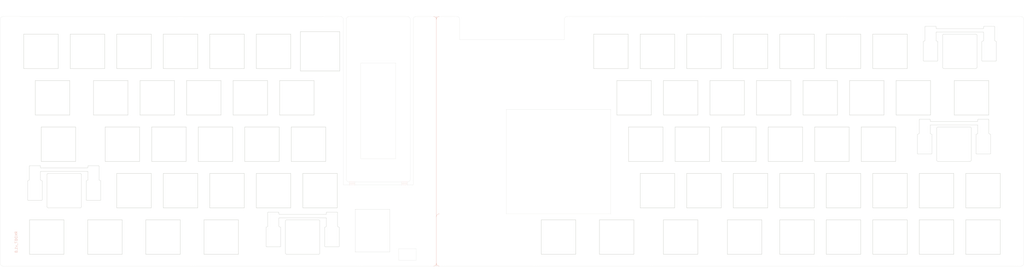
<source format=kicad_pcb>
(kicad_pcb (version 20241229) (generator "pcbnew") (generator_version "9.0")
  (layers (0 "F.Cu" signal) (2 "B.Cu" signal) (13 "F.Paste" user) (15 "B.Paste" user) (5 "F.SilkS" user "F.Silkscreen") (7 "B.SilkS" user "B.Silkscreen") (1 "F.Mask" user) (3 "B.Mask" user) (25 "Edge.Cuts" user))
  (net 0 "")
  (footprint "kbd_SW_Hole:SW_Hole_1u" (layer "F.Cu") (at 321.46875 142.875)
    (property "Reference" "SW73" (hide yes))
    (property "Value" "SW_Push" (hide yes))
    (fp_line (start -7.05 -7.05) (end 7.05 -7.05) (stroke (width 0.15)) (layer "Edge.Cuts"))
    (fp_line (start -7.05 7.05) (end -7.05 -7.05) (stroke (width 0.15)) (layer "Edge.Cuts"))
    (fp_line (start 7.05 -7.05) (end 7.05 7.05) (stroke (width 0.15)) (layer "Edge.Cuts"))
    (fp_line (start 7.05 7.05) (end -7.05 7.05) (stroke (width 0.15)) (layer "Edge.Cuts"))
  )
  (footprint "kbd_SW_Hole:SW_Hole_1u" (layer "F.Cu") (at 50.00625 142.875)
    (property "Reference" "SW8" (hide yes))
    (property "Value" "SW_Push" (hide yes))
    (fp_line (start -7.05 -7.05) (end 7.05 -7.05) (stroke (width 0.15)) (layer "Edge.Cuts"))
    (fp_line (start -7.05 7.05) (end -7.05 -7.05) (stroke (width 0.15)) (layer "Edge.Cuts"))
    (fp_line (start 7.05 -7.05) (end 7.05 7.05) (stroke (width 0.15)) (layer "Edge.Cuts"))
    (fp_line (start 7.05 7.05) (end -7.05 7.05) (stroke (width 0.15)) (layer "Edge.Cuts"))
  )
  (footprint "kbd_SW_Hole:SW_Hole_1u" (layer "F.Cu") (at 16.66875 104.775)
    (property "Reference" "SW1" (hide yes))
    (property "Value" "SW_Push" (hide yes))
    (fp_line (start -7.05 -7.05) (end 7.05 -7.05) (stroke (width 0.15)) (layer "Edge.Cuts"))
    (fp_line (start -7.05 7.05) (end -7.05 -7.05) (stroke (width 0.15)) (layer "Edge.Cuts"))
    (fp_line (start 7.05 -7.05) (end 7.05 7.05) (stroke (width 0.15)) (layer "Edge.Cuts"))
    (fp_line (start 7.05 7.05) (end -7.05 7.05) (stroke (width 0.15)) (layer "Edge.Cuts"))
  )
  (footprint "kbd_Hole:m2_Screw_Hole" (layer "F.Cu") (at 266.7 190.5)
    (property "Reference" "Ref**")
    (property "Value" "Val**")
    (pad "" np_thru_hole circle (at 0 0) (size 2.2 2.2) (drill 2.2) (layers "*.Cu" "*.Mask"))
  )
  (footprint "Rikkodo_FootPrint:rkd_cutdot" (layer "F.Cu") (at 144.065504 159.24596)
    (property "Reference" "REF**" (hide yes))
    (property "Value" "rkd_cutdot" (hide yes))
    (fp_line (start -1.190628 0.297656) (end -1.190768 -0.297479) (stroke (width 0.05)) (layer "Edge.Cuts"))
    (fp_line (start 1.190624 0.297656) (end 1.190482 -0.297479) (stroke (width 0.05)) (layer "Edge.Cuts"))
    (pad "" np_thru_hole circle (at -0.893198 0.000356 90) (size 0.5 0.5) (drill 0.5) (layers "*.Cu" "*.Mask"))
    (pad "" np_thru_hole circle (at -0.297886 0.000356 90) (size 0.5 0.5) (drill 0.5) (layers "*.Cu" "*.Mask"))
    (pad "" np_thru_hole circle (at 0.297426 0.000356 90) (size 0.5 0.5) (drill 0.5) (layers "*.Cu" "*.Mask"))
    (pad "" np_thru_hole circle (at 0.892738 0.000356 90) (size 0.5 0.5) (drill 0.5) (layers "*.Cu" "*.Mask"))
  )
  (footprint "kbd_SW_Hole:SW_Hole_1u" (layer "F.Cu") (at 307.18125 104.775)
    (property "Reference" "SW66" (hide yes))
    (property "Value" "SW_Push" (hide yes))
    (fp_line (start -7.05 -7.05) (end 7.05 -7.05) (stroke (width 0.15)) (layer "Edge.Cuts"))
    (fp_line (start -7.05 7.05) (end -7.05 -7.05) (stroke (width 0.15)) (layer "Edge.Cuts"))
    (fp_line (start 7.05 -7.05) (end 7.05 7.05) (stroke (width 0.15)) (layer "Edge.Cuts"))
    (fp_line (start 7.05 7.05) (end -7.05 7.05) (stroke (width 0.15)) (layer "Edge.Cuts"))
  )
  (footprint "kbd_Hole:m2_Screw_Hole" (layer "F.Cu") (at 180.975 173.83125)
    (property "Reference" "Ref**")
    (property "Value" "Val**")
    (pad "" np_thru_hole circle (at 0 0) (size 2.2 2.2) (drill 2.2) (layers "*.Cu" "*.Mask"))
  )
  (footprint "Rikkodo_FootPrint:rkd_cutdot" (layer "F.Cu") (at 165.496736 159.24596)
    (property "Reference" "REF**" (hide yes))
    (property "Value" "rkd_cutdot" (hide yes))
    (fp_line (start -1.190628 0.297656) (end -1.190768 -0.297479) (stroke (width 0.05)) (layer "Edge.Cuts"))
    (fp_line (start 1.190624 0.297656) (end 1.190482 -0.297479) (stroke (width 0.05)) (layer "Edge.Cuts"))
    (pad "" np_thru_hole circle (at -0.893198 0.000356 90) (size 0.5 0.5) (drill 0.5) (layers "*.Cu" "*.Mask"))
    (pad "" np_thru_hole circle (at -0.297886 0.000356 90) (size 0.5 0.5) (drill 0.5) (layers "*.Cu" "*.Mask"))
    (pad "" np_thru_hole circle (at 0.297426 0.000356 90) (size 0.5 0.5) (drill 0.5) (layers "*.Cu" "*.Mask"))
    (pad "" np_thru_hole circle (at 0.892738 0.000356 90) (size 0.5 0.5) (drill 0.5) (layers "*.Cu" "*.Mask"))
  )
  (footprint "kbd_SW_Hole:SW_Hole_1u" (layer "F.Cu") (at 383.38125 180.975)
    (property "Reference" "SW85" (hide yes))
    (property "Value" "SW_Push" (hide yes))
    (fp_line (start -7.05 -7.05) (end 7.05 -7.05) (stroke (width 0.15)) (layer "Edge.Cuts"))
    (fp_line (start -7.05 7.05) (end -7.05 -7.05) (stroke (width 0.15)) (layer "Edge.Cuts"))
    (fp_line (start 7.05 -7.05) (end 7.05 7.05) (stroke (width 0.15)) (layer "Edge.Cuts"))
    (fp_line (start 7.05 7.05) (end -7.05 7.05) (stroke (width 0.15)) (layer "Edge.Cuts"))
  )
  (footprint "kbd_SW_Hole:SW_Hole_1u" (layer "F.Cu") (at 340.51875 142.875)
    (property "Reference" "SW78" (hide yes))
    (property "Value" "SW_Push" (hide yes))
    (fp_line (start -7.05 -7.05) (end 7.05 -7.05) (stroke (width 0.15)) (layer "Edge.Cuts"))
    (fp_line (start -7.05 7.05) (end -7.05 -7.05) (stroke (width 0.15)) (layer "Edge.Cuts"))
    (fp_line (start 7.05 -7.05) (end 7.05 7.05) (stroke (width 0.15)) (layer "Edge.Cuts"))
    (fp_line (start 7.05 7.05) (end -7.05 7.05) (stroke (width 0.15)) (layer "Edge.Cuts"))
  )
  (footprint "kbd_Hole:m2_Screw_Hole" (layer "F.Cu") (at 73.81875 92.86875)
    (property "Reference" "Ref**")
    (property "Value" "Val**")
    (pad "" np_thru_hole circle (at 0 0) (size 2.2 2.2) (drill 2.2) (layers "*.Cu" "*.Mask"))
  )
  (footprint "kbd_SW_Hole:SW_Hole_1u" (layer "F.Cu") (at 259.55625 123.825)
    (property "Reference" "SW52" (hide yes))
    (property "Value" "SW_Push" (hide yes))
    (fp_line (start -7.05 -7.05) (end 7.05 -7.05) (stroke (width 0.15)) (layer "Edge.Cuts"))
    (fp_line (start -7.05 7.05) (end -7.05 -7.05) (stroke (width 0.15)) (layer "Edge.Cuts"))
    (fp_line (start 7.05 -7.05) (end 7.05 7.05) (stroke (width 0.15)) (layer "Edge.Cuts"))
    (fp_line (start 7.05 7.05) (end -7.05 7.05) (stroke (width 0.15)) (layer "Edge.Cuts"))
  )
  (footprint "kbd_SW_Hole:SW_Hole_1u" (layer "F.Cu") (at 288.13125 104.775)
    (property "Reference" "SW61" (hide yes))
    (property "Value" "SW_Push" (hide yes))
    (fp_line (start -7.05 -7.05) (end 7.05 -7.05) (stroke (width 0.15)) (layer "Edge.Cuts"))
    (fp_line (start -7.05 7.05) (end -7.05 -7.05) (stroke (width 0.15)) (layer "Edge.Cuts"))
    (fp_line (start 7.05 -7.05) (end 7.05 7.05) (stroke (width 0.15)) (layer "Edge.Cuts"))
    (fp_line (start 7.05 7.05) (end -7.05 7.05) (stroke (width 0.15)) (layer "Edge.Cuts"))
  )
  (footprint "kbd_SW_Hole:SW_Hole_1u" (layer "F.Cu") (at 326.23125 161.925)
    (property "Reference" "SW69" (hide yes))
    (property "Value" "SW_Push" (hide yes))
    (fp_line (start -7.05 -7.05) (end 7.05 -7.05) (stroke (width 0.15)) (layer "Edge.Cuts"))
    (fp_line (start -7.05 7.05) (end -7.05 -7.05) (stroke (width 0.15)) (layer "Edge.Cuts"))
    (fp_line (start 7.05 -7.05) (end 7.05 7.05) (stroke (width 0.15)) (layer "Edge.Cuts"))
    (fp_line (start 7.05 7.05) (end -7.05 7.05) (stroke (width 0.15)) (layer "Edge.Cuts"))
  )
  (footprint "kbd_Hole:m2_Screw_Hole" (layer "F.Cu") (at 180.975 111.91875)
    (property "Reference" "Ref**")
    (property "Value" "Val**")
    (pad "" np_thru_hole circle (at 0 0) (size 2.2 2.2) (drill 2.2) (layers "*.Cu" "*.Mask"))
  )
  (footprint "kbd_Hole:m2_Screw_Hole" (layer "F.Cu") (at 159.54375 153.590625 -90)
    (property "Reference" "Ref**")
    (property "Value" "Val**")
    (pad "" np_thru_hole circle (at 0 0 270) (size 2.2 2.2) (drill 2.2) (layers "*.Cu" "*.Mask"))
  )
  (footprint "kbd_Hole:m2_Screw_Hole" (layer "F.Cu") (at 180.975 169.06875)
    (property "Reference" "Ref**")
    (property "Value" "Val**")
    (pad "" np_thru_hole circle (at 0 0) (size 2.2 2.2) (drill 2.2) (layers "*.Cu" "*.Mask"))
  )
  (footprint "kbd_SW_Hole:SW_Hole_1u" (layer "F.Cu") (at 359.56875 142.875)
    (property "Reference" "SW83" (hide yes))
    (property "Value" "SW_Push" (hide yes))
    (fp_line (start -7.05 -7.05) (end 7.05 -7.05) (stroke (width 0.15)) (layer "Edge.Cuts"))
    (fp_line (start -7.05 7.05) (end -7.05 -7.05) (stroke (width 0.15)) (layer "Edge.Cuts"))
    (fp_line (start 7.05 -7.05) (end 7.05 7.05) (stroke (width 0.15)) (layer "Edge.Cuts"))
    (fp_line (start 7.05 7.05) (end -7.05 7.05) (stroke (width 0.15)) (layer "Edge.Cuts"))
  )
  (footprint "kbd_Hole:m2_Screw_Hole" (layer "F.Cu") (at 97.63125 152.4)
    (property "Reference" "M4")
    (property "Value" "Mark")
    (pad "" np_thru_hole circle (at 0 0) (size 2.2 2.2) (drill 2.2) (layers "*.Cu" "*.Mask"))
  )
  (footprint "kbd_SW_Hole:SW_Hole_1u" (layer "F.Cu") (at 354.80625 123.825)
    (property "Reference" "SW77" (hide yes))
    (property "Value" "SW_Push" (hide yes))
    (fp_line (start -7.05 -7.05) (end 7.05 -7.05) (stroke (width 0.15)) (layer "Edge.Cuts"))
    (fp_line (start -7.05 7.05) (end -7.05 -7.05) (stroke (width 0.15)) (layer "Edge.Cuts"))
    (fp_line (start 7.05 -7.05) (end 7.05 7.05) (stroke (width 0.15)) (layer "Edge.Cuts"))
    (fp_line (start 7.05 7.05) (end -7.05 7.05) (stroke (width 0.15)) (layer "Edge.Cuts"))
  )
  (footprint "kbd_Hole:m2_Screw_Hole" (layer "F.Cu") (at 150.01875 153.590625 -90)
    (property "Reference" "Ref**")
    (property "Value" "Val**")
    (pad "" np_thru_hole circle (at 0 0 270) (size 2.2 2.2) (drill 2.2) (layers "*.Cu" "*.Mask"))
  )
  (footprint "kbd_SW_Hole:SW_Hole_1u" (layer "F.Cu") (at 83.34375 123.825)
    (property "Reference" "SW17" (hide yes))
    (property "Value" "SW_Push" (hide yes))
    (fp_line (start -7.05 -7.05) (end 7.05 -7.05) (stroke (width 0.15)) (layer "Edge.Cuts"))
    (fp_line (start -7.05 7.05) (end -7.05 -7.05) (stroke (width 0.15)) (layer "Edge.Cuts"))
    (fp_line (start 7.05 -7.05) (end 7.05 7.05) (stroke (width 0.15)) (layer "Edge.Cuts"))
    (fp_line (start 7.05 7.05) (end -7.05 7.05) (stroke (width 0.15)) (layer "Edge.Cuts"))
  )
  (footprint "kbd_SW_Hole:SW_Hole_1u" (layer "F.Cu") (at 54.76875 161.925)
    (property "Reference" "SW9" (hide yes))
    (property "Value" "SW_Push" (hide yes))
    (fp_line (start -7.05 -7.05) (end 7.05 -7.05) (stroke (width 0.15)) (layer "Edge.Cuts"))
    (fp_line (start -7.05 7.05) (end -7.05 -7.05) (stroke (width 0.15)) (layer "Edge.Cuts"))
    (fp_line (start 7.05 -7.05) (end 7.05 7.05) (stroke (width 0.15)) (layer "Edge.Cuts"))
    (fp_line (start 7.05 7.05) (end -7.05 7.05) (stroke (width 0.15)) (layer "Edge.Cuts"))
  )
  (footprint "kbd_SW_Hole:SW_Hole_1.5u" (layer "F.Cu") (at 278.60625 180.975)
    (property "Reference" "SW60" (hide yes))
    (property "Value" "SW_Push" (hide yes))
    (fp_line (start -7.05 -7.05) (end 7.05 -7.05) (stroke (width 0.15)) (layer "Edge.Cuts"))
    (fp_line (start -7.05 7.05) (end -7.05 -7.05) (stroke (width 0.15)) (layer "Edge.Cuts"))
    (fp_line (start 7.05 -7.05) (end 7.05 7.05) (stroke (width 0.15)) (layer "Edge.Cuts"))
    (fp_line (start 7.05 7.05) (end -7.05 7.05) (stroke (width 0.15)) (layer "Edge.Cuts"))
  )
  (footprint "kbd_SW_Hole:SW_Hole_1u" (layer "F.Cu") (at 283.36875 142.875)
    (property "Reference" "SW63" (hide yes))
    (property "Value" "SW_Push" (hide yes))
    (fp_line (start -7.05 -7.05) (end 7.05 -7.05) (stroke (width 0.15)) (layer "Edge.Cuts"))
    (fp_line (start -7.05 7.05) (end -7.05 -7.05) (stroke (width 0.15)) (layer "Edge.Cuts"))
    (fp_line (start 7.05 -7.05) (end 7.05 7.05) (stroke (width 0.15)) (layer "Edge.Cuts"))
    (fp_line (start 7.05 7.05) (end -7.05 7.05) (stroke (width 0.15)) (layer "Edge.Cuts"))
  )
  (footprint "kbd_Hole:m2_Screw_Hole" (layer "F.Cu") (at 416.71875 92.86875)
    (property "Reference" "Ref**")
    (property "Value" "Val**")
    (pad "" np_thru_hole circle (at 0 0) (size 2.2 2.2) (drill 2.2) (layers "*.Cu" "*.Mask"))
  )
  (footprint "kbd_Hole:m2_Screw_Hole" (layer "F.Cu") (at 54.76875 133.35)
    (property "Reference" "M3")
    (property "Value" "Mark")
    (pad "" np_thru_hole circle (at 0 0) (size 2.2 2.2) (drill 2.2) (layers "*.Cu" "*.Mask"))
  )
  (footprint "Rikkodo_FootPrint:rkd_az_hole" (layer "F.Cu") (at 130.96886 104.775088)
    (property "Reference" "SW26" (hide yes))
    (property "Value" "SW_Push" (hide yes))
    (fp_line (start -8.05 -8.05) (end 8.05 -8.05) (stroke (width 0.15)) (layer "Edge.Cuts"))
    (fp_line (start -8.05 8.05) (end -8.05 -8.05) (stroke (width 0.15)) (layer "Edge.Cuts"))
    (fp_line (start 8.05 -8.05) (end 8.05 8.05) (stroke (width 0.15)) (layer "Edge.Cuts"))
    (fp_line (start 8.05 8.05) (end -8.05 8.05) (stroke (width 0.15)) (layer "Edge.Cuts"))
  )
  (footprint "kbd_SW_Hole:SW_Hole_1u" (layer "F.Cu") (at 302.41875 142.875)
    (property "Reference" "SW68" (hide yes))
    (property "Value" "SW_Push" (hide yes))
    (fp_line (start -7.05 -7.05) (end 7.05 -7.05) (stroke (width 0.15)) (layer "Edge.Cuts"))
    (fp_line (start -7.05 7.05) (end -7.05 -7.05) (stroke (width 0.15)) (layer "Edge.Cuts"))
    (fp_line (start 7.05 -7.05) (end 7.05 7.05) (stroke (width 0.15)) (layer "Edge.Cuts"))
    (fp_line (start 7.05 7.05) (end -7.05 7.05) (stroke (width 0.15)) (layer "Edge.Cuts"))
  )
  (footprint "kbd_SW_Hole:SW_Hole_1.25u" (layer "F.Cu") (at 304.8 180.975)
    (property "Reference" "SW65" (hide yes))
    (property "Value" "SW_Push" (hide yes))
    (fp_line (start -7.05 -7.05) (end 7.05 -7.05) (stroke (width 0.15)) (layer "Edge.Cuts"))
    (fp_line (start -7.05 7.05) (end -7.05 -7.05) (stroke (width 0.15)) (layer "Edge.Cuts"))
    (fp_line (start 7.05 -7.05) (end 7.05 7.05) (stroke (width 0.15)) (layer "Edge.Cuts"))
    (fp_line (start 7.05 7.05) (end -7.05 7.05) (stroke (width 0.15)) (layer "Edge.Cuts"))
  )
  (footprint "kbd_SW_Hole:SW_Hole_1u" (layer "F.Cu") (at 35.71875 104.775)
    (property "Reference" "SW6" (hide yes))
    (property "Value" "SW_Push" (hide yes))
    (fp_line (start -7.05 -7.05) (end 7.05 -7.05) (stroke (width 0.15)) (layer "Edge.Cuts"))
    (fp_line (start -7.05 7.05) (end -7.05 -7.05) (stroke (width 0.15)) (layer "Edge.Cuts"))
    (fp_line (start 7.05 -7.05) (end 7.05 7.05) (stroke (width 0.15)) (layer "Edge.Cuts"))
    (fp_line (start 7.05 7.05) (end -7.05 7.05) (stroke (width 0.15)) (layer "Edge.Cuts"))
  )
  (footprint "kbd_SW_Hole:SW_Hole_1.5u" (layer "F.Cu") (at 397.66875 123.825)
    (property "Reference" "SW87" (hide yes))
    (property "Value" "SW_Push" (hide yes))
    (fp_line (start -7.05 -7.05) (end 7.05 -7.05) (stroke (width 0.15)) (layer "Edge.Cuts"))
    (fp_line (start -7.05 7.05) (end -7.05 -7.05) (stroke (width 0.15)) (layer "Edge.Cuts"))
    (fp_line (start 7.05 -7.05) (end 7.05 7.05) (stroke (width 0.15)) (layer "Edge.Cuts"))
    (fp_line (start 7.05 7.05) (end -7.05 7.05) (stroke (width 0.15)) (layer "Edge.Cuts"))
  )
  (footprint "kbd_SW_Hole:SW_Hole_1u" (layer "F.Cu") (at 107.15625 142.875)
    (property "Reference" "SW23" (hide yes))
    (property "Value" "SW_Push" (hide yes))
    (fp_line (start -7.05 -7.05) (end 7.05 -7.05) (stroke (width 0.15)) (layer "Edge.Cuts"))
    (fp_line (start -7.05 7.05) (end -7.05 -7.05) (stroke (width 0.15)) (layer "Edge.Cuts"))
    (fp_line (start 7.05 -7.05) (end 7.05 7.05) (stroke (width 0.15)) (layer "Edge.Cuts"))
    (fp_line (start 7.05 7.05) (end -7.05 7.05) (stroke (width 0.15)) (layer "Edge.Cuts"))
  )
  (footprint "Rikkodo_FootPrint:rkd_cutdot" (layer "F.Cu") (at 165.496966 158.650292)
    (property "Reference" "REF**" (hide yes))
    (property "Value" "rkd_cutdot" (hide yes))
    (fp_line (start -1.190628 0.297656) (end -1.190768 -0.297479) (stroke (width 0.05)) (layer "Edge.Cuts"))
    (fp_line (start 1.190624 0.297656) (end 1.190482 -0.297479) (stroke (width 0.05)) (layer "Edge.Cuts"))
    (pad "" np_thru_hole circle (at -0.893198 0.000356 90) (size 0.5 0.5) (drill 0.5) (layers "*.Cu" "*.Mask"))
    (pad "" np_thru_hole circle (at -0.297886 0.000356 90) (size 0.5 0.5) (drill 0.5) (layers "*.Cu" "*.Mask"))
    (pad "" np_thru_hole circle (at 0.297426 0.000356 90) (size 0.5 0.5) (drill 0.5) (layers "*.Cu" "*.Mask"))
    (pad "" np_thru_hole circle (at 0.892738 0.000356 90) (size 0.5 0.5) (drill 0.5) (layers "*.Cu" "*.Mask"))
  )
  (footprint "kbd_Hole:m2_Screw_Hole" (layer "F.Cu") (at 219.075 190.5)
    (property "Reference" "Ref**")
    (property "Value" "Val**")
    (pad "" np_thru_hole circle (at 0 0) (size 2.2 2.2) (drill 2.2) (layers "*.Cu" "*.Mask"))
  )
  (footprint "kbd_Hole:m2_Screw_Hole" (layer "F.Cu") (at 2.38125 190.5)
    (property "Reference" "Ref**")
    (property "Value" "Val**")
    (pad "" np_thru_hole circle (at 0 0) (size 2.2 2.2) (drill 2.2) (layers "*.Cu" "*.Mask"))
  )
  (footprint "kbd_SW_Hole:SW_Hole_1u" (layer "F.Cu") (at 45.24375 123.825)
    (property "Reference" "SW7" (hide yes))
    (property "Value" "SW_Push" (hide yes))
    (fp_line (start -7.05 -7.05) (end 7.05 -7.05) (stroke (width 0.15)) (layer "Edge.Cuts"))
    (fp_line (start -7.05 7.05) (end -7.05 -7.05) (stroke (width 0.15)) (layer "Edge.Cuts"))
    (fp_line (start 7.05 -7.05) (end 7.05 7.05) (stroke (width 0.15)) (layer "Edge.Cuts"))
    (fp_line (start 7.05 7.05) (end -7.05 7.05) (stroke (width 0.15)) (layer "Edge.Cuts"))
  )
  (footprint "kbd_SW_Hole:SW_Hole_1.75u" (layer "F.Cu") (at 23.81255 142.875)
    (property "Reference" "SW3" (hide yes))
    (property "Value" "SW_Push" (hide yes))
    (fp_line (start -7.05 -7.05) (end 7.05 -7.05) (stroke (width 0.15)) (layer "Edge.Cuts"))
    (fp_line (start -7.05 7.05) (end -7.05 -7.05) (stroke (width 0.15)) (layer "Edge.Cuts"))
    (fp_line (start 7.05 -7.05) (end 7.05 7.05) (stroke (width 0.15)) (layer "Edge.Cuts"))
    (fp_line (start 7.05 7.05) (end -7.05 7.05) (stroke (width 0.15)) (layer "Edge.Cuts"))
  )
  (footprint "kbd_SW_Hole:SW_Hole_1u" (layer "F.Cu") (at 297.65625 123.825)
    (property "Reference" "SW62" (hide yes))
    (property "Value" "SW_Push" (hide yes))
    (fp_line (start -7.05 -7.05) (end 7.05 -7.05) (stroke (width 0.15)) (layer "Edge.Cuts"))
    (fp_line (start -7.05 7.05) (end -7.05 -7.05) (stroke (width 0.15)) (layer "Edge.Cuts"))
    (fp_line (start 7.05 -7.05) (end 7.05 7.05) (stroke (width 0.15)) (layer "Edge.Cuts"))
    (fp_line (start 7.05 7.05) (end -7.05 7.05) (stroke (width 0.15)) (layer "Edge.Cuts"))
  )
  (footprint "Rikkodo_FootPrint:rkd_cutdot" (layer "F.Cu") (at 144.065504 158.650648)
    (property "Reference" "REF**" (hide yes))
    (property "Value" "rkd_cutdot" (hide yes))
    (fp_line (start -1.190628 0.297656) (end -1.190768 -0.297479) (stroke (width 0.05)) (layer "Edge.Cuts"))
    (fp_line (start 1.190624 0.297656) (end 1.190482 -0.297479) (stroke (width 0.05)) (layer "Edge.Cuts"))
    (pad "" np_thru_hole circle (at -0.893198 0.000356 90) (size 0.5 0.5) (drill 0.5) (layers "*.Cu" "*.Mask"))
    (pad "" np_thru_hole circle (at -0.297886 0.000356 90) (size 0.5 0.5) (drill 0.5) (layers "*.Cu" "*.Mask"))
    (pad "" np_thru_hole circle (at 0.297426 0.000356 90) (size 0.5 0.5) (drill 0.5) (layers "*.Cu" "*.Mask"))
    (pad "" np_thru_hole circle (at 0.892738 0.000356 90) (size 0.5 0.5) (drill 0.5) (layers "*.Cu" "*.Mask"))
  )
  (footprint "kbd_SW_Hole:SW_Hole_1u" (layer "F.Cu") (at 383.38125 161.925)
    (property "Reference" "SW84" (hide yes))
    (property "Value" "SW_Push" (hide yes))
    (fp_line (start -7.05 -7.05) (end 7.05 -7.05) (stroke (width 0.15)) (layer "Edge.Cuts"))
    (fp_line (start -7.05 7.05) (end -7.05 -7.05) (stroke (width 0.15)) (layer "Edge.Cuts"))
    (fp_line (start 7.05 -7.05) (end 7.05 7.05) (stroke (width 0.15)) (layer "Edge.Cuts"))
    (fp_line (start 7.05 7.05) (end -7.05 7.05) (stroke (width 0.15)) (layer "Edge.Cuts"))
  )
  (footprint "kbd_SW_Hole:SW_Hole_1u" (layer "F.Cu") (at 102.39375 123.825)
    (property "Reference" "SW22" (hide yes))
    (property "Value" "SW_Push" (hide yes))
    (fp_line (start -7.05 -7.05) (end 7.05 -7.05) (stroke (width 0.15)) (layer "Edge.Cuts"))
    (fp_line (start -7.05 7.05) (end -7.05 -7.05) (stroke (width 0.15)) (layer "Edge.Cuts"))
    (fp_line (start 7.05 -7.05) (end 7.05 7.05) (stroke (width 0.15)) (layer "Edge.Cuts"))
    (fp_line (start 7.05 7.05) (end -7.05 7.05) (stroke (width 0.15)) (layer "Edge.Cuts"))
  )
  (footprint "kbd_Hole:m2_Screw_Hole" (layer "F.Cu") (at 180.975 190.5)
    (property "Reference" "Ref**")
    (property "Value" "Val**")
    (pad "" np_thru_hole circle (at 0 0) (size 2.2 2.2) (drill 2.2) (layers "*.Cu" "*.Mask"))
  )
  (footprint "kbd_SW_Hole:SW_Hole_1u" (layer "F.Cu") (at 126.20625 142.875)
    (property "Reference" "SW28" (hide yes))
    (property "Value" "SW_Push" (hide yes))
    (fp_line (start -7.05 -7.05) (end 7.05 -7.05) (stroke (width 0.15)) (layer "Edge.Cuts"))
    (fp_line (start -7.05 7.05) (end -7.05 -7.05) (stroke (width 0.15)) (layer "Edge.Cuts"))
    (fp_line (start 7.05 -7.05) (end 7.05 7.05) (stroke (width 0.15)) (layer "Edge.Cuts"))
    (fp_line (start 7.05 7.05) (end -7.05 7.05) (stroke (width 0.15)) (layer "Edge.Cuts"))
  )
  (footprint "kbd_Hole:m2_Screw_Hole" (layer "F.Cu") (at 245.26875 116.68125)
    (property "Reference" "Ref**")
    (property "Value" "Val**")
    (pad "" np_thru_hole circle (at 0 0) (size 2.2 2.2) (drill 2.2) (layers "*.Cu" "*.Mask"))
  )
  (footprint "kbd_SW_Hole:SW_Hole_1u" (layer "F.Cu") (at 373.85625 123.825)
    (property "Reference" "SW82" (hide yes))
    (property "Value" "SW_Push" (hide yes))
    (fp_line (start -7.05 -7.05) (end 7.05 -7.05) (stroke (width 0.15)) (layer "Edge.Cuts"))
    (fp_line (start -7.05 7.05) (end -7.05 -7.05) (stroke (width 0.15)) (layer "Edge.Cuts"))
    (fp_line (start 7.05 -7.05) (end 7.05 7.05) (stroke (width 0.15)) (layer "Edge.Cuts"))
    (fp_line (start 7.05 7.05) (end -7.05 7.05) (stroke (width 0.15)) (layer "Edge.Cuts"))
  )
  (footprint "kbd_SW_Hole:SW_Hole_1.25u" (layer "F.Cu") (at 66.67505 180.975)
    (property "Reference" "SW15" (hide yes))
    (property "Value" "SW_Push" (hide yes))
    (fp_line (start -7.05 -7.05) (end 7.05 -7.05) (stroke (width 0.15)) (layer "Edge.Cuts"))
    (fp_line (start -7.05 7.05) (end -7.05 -7.05) (stroke (width 0.15)) (layer "Edge.Cuts"))
    (fp_line (start 7.05 -7.05) (end 7.05 7.05) (stroke (width 0.15)) (layer "Edge.Cuts"))
    (fp_line (start 7.05 7.05) (end -7.05 7.05) (stroke (width 0.15)) (layer "Edge.Cuts"))
  )
  (footprint "kbd_SW_Hole:SW_Hole_1.25u" (layer "F.Cu") (at 19.05005 180.975)
    (property "Reference" "SW5" (hide yes))
    (property "Value" "SW_Push" (hide yes))
    (fp_line (start -7.05 -7.05) (end 7.05 -7.05) (stroke (width 0.15)) (layer "Edge.Cuts"))
    (fp_line (start -7.05 7.05) (end -7.05 -7.05) (stroke (width 0.15)) (layer "Edge.Cuts"))
    (fp_line (start 7.05 -7.05) (end 7.05 7.05) (stroke (width 0.15)) (layer "Edge.Cuts"))
    (fp_line (start 7.05 7.05) (end -7.05 7.05) (stroke (width 0.15)) (layer "Edge.Cuts"))
  )
  (footprint "kbd_SW_Hole:SW_Hole_1u" (layer "F.Cu") (at 92.86875 161.925)
    (property "Reference" "SW19" (hide yes))
    (property "Value" "SW_Push" (hide yes))
    (fp_line (start -7.05 -7.05) (end 7.05 -7.05) (stroke (width 0.15)) (layer "Edge.Cuts"))
    (fp_line (start -7.05 7.05) (end -7.05 -7.05) (stroke (width 0.15)) (layer "Edge.Cuts"))
    (fp_line (start 7.05 -7.05) (end 7.05 7.05) (stroke (width 0.15)) (layer "Edge.Cuts"))
    (fp_line (start 7.05 7.05) (end -7.05 7.05) (stroke (width 0.15)) (layer "Edge.Cuts"))
  )
  (footprint "kbd_SW_Hole:SW_Hole_1u" (layer "F.Cu") (at 264.31875 142.875)
    (property "Reference" "SW54" (hide yes))
    (property "Value" "SW_Push" (hide yes))
    (fp_line (start -7.05 -7.05) (end 7.05 -7.05) (stroke (width 0.15)) (layer "Edge.Cuts"))
    (fp_line (start -7.05 7.05) (end -7.05 -7.05) (stroke (width 0.15)) (layer "Edge.Cuts"))
    (fp_line (start 7.05 -7.05) (end 7.05 7.05) (stroke (width 0.15)) (layer "Edge.Cuts"))
    (fp_line (start 7.05 7.05) (end -7.05 7.05) (stroke (width 0.15)) (layer "Edge.Cuts"))
  )
  (footprint "kbd_Hole:m2_Screw_Hole" (layer "F.Cu") (at 78.58125 190.5)
    (property "Reference" "Ref**")
    (property "Value" "Val**")
    (pad "" np_thru_hole circle (at 0 0) (size 2.2 2.2) (drill 2.2) (layers "*.Cu" "*.Mask"))
  )
  (footprint "kbd_SW_Hole:SW_Hole_1u" (layer "F.Cu") (at 288.13125 161.925)
    (property "Reference" "SW59" (hide yes))
    (property "Value" "SW_Push" (hide yes))
    (fp_line (start -7.05 -7.05) (end 7.05 -7.05) (stroke (width 0.15)) (layer "Edge.Cuts"))
    (fp_line (start -7.05 7.05) (end -7.05 -7.05) (stroke (width 0.15)) (layer "Edge.Cuts"))
    (fp_line (start 7.05 -7.05) (end 7.05 7.05) (stroke (width 0.15)) (layer "Edge.Cuts"))
    (fp_line (start 7.05 7.05) (end -7.05 7.05) (stroke (width 0.15)) (layer "Edge.Cuts"))
  )
  (footprint "kbd_SW_Hole:SW_Hole_1u" (layer "F.Cu") (at 130.96875 161.925)
    (property "Reference" "SW29" (hide yes))
    (property "Value" "SW_Push" (hide yes))
    (fp_line (start -7.05 -7.05) (end 7.05 -7.05) (stroke (width 0.15)) (layer "Edge.Cuts"))
    (fp_line (start -7.05 7.05) (end -7.05 -7.05) (stroke (width 0.15)) (layer "Edge.Cuts"))
    (fp_line (start 7.05 -7.05) (end 7.05 7.05) (stroke (width 0.15)) (layer "Edge.Cuts"))
    (fp_line (start 7.05 7.05) (end -7.05 7.05) (stroke (width 0.15)) (layer "Edge.Cuts"))
  )
  (footprint "kbd_Hole:m2_Screw_Hole" (layer "F.Cu") (at 311.94375 152.4)
    (property "Reference" "M5")
    (property "Value" "Mark")
    (pad "" np_thru_hole circle (at 0 0) (size 2.2 2.2) (drill 2.2) (layers "*.Cu" "*.Mask"))
  )
  (footprint "kbd_SW_Hole:SW_Hole_1u" (layer "F.Cu") (at 88.10625 142.875)
    (property "Reference" "SW18" (hide yes))
    (property "Value" "SW_Push" (hide yes))
    (fp_line (start -7.05 -7.05) (end 7.05 -7.05) (stroke (width 0.15)) (layer "Edge.Cuts"))
    (fp_line (start -7.05 7.05) (end -7.05 -7.05) (stroke (width 0.15)) (layer "Edge.Cuts"))
    (fp_line (start 7.05 -7.05) (end 7.05 7.05) (stroke (width 0.15)) (layer "Edge.Cuts"))
    (fp_line (start 7.05 7.05) (end -7.05 7.05) (stroke (width 0.15)) (layer "Edge.Cuts"))
  )
  (footprint "kbd_SW_Hole:SW_Hole_1.5u" (layer "F.Cu") (at 21.43125 123.825)
    (property "Reference" "SW2" (hide yes))
    (property "Value" "SW_Push" (hide yes))
    (fp_line (start -7.05 -7.05) (end 7.05 -7.05) (stroke (width 0.15)) (layer "Edge.Cuts"))
    (fp_line (start -7.05 7.05) (end -7.05 -7.05) (stroke (width 0.15)) (layer "Edge.Cuts"))
    (fp_line (start 7.05 -7.05) (end 7.05 7.05) (stroke (width 0.15)) (layer "Edge.Cuts"))
    (fp_line (start 7.05 7.05) (end -7.05 7.05) (stroke (width 0.15)) (layer "Edge.Cuts"))
  )
  (footprint "kbd_Hole:m2_Screw_Hole" (layer "F.Cu") (at 250.03125 92.86875)
    (property "Reference" "Ref**")
    (property "Value" "Val**")
    (pad "" np_thru_hole circle (at 0 0) (size 2.2 2.2) (drill 2.2) (layers "*.Cu" "*.Mask"))
  )
  (footprint "kbd_SW_Hole:SW_Hole_1u" (layer "F.Cu") (at 326.23125 104.775)
    (property "Reference" "SW71" (hide yes))
    (property "Value" "SW_Push" (hide yes))
    (fp_line (start -7.05 -7.05) (end 7.05 -7.05) (stroke (width 0.15)) (layer "Edge.Cuts"))
    (fp_line (start -7.05 7.05) (end -7.05 -7.05) (stroke (width 0.15)) (layer "Edge.Cuts"))
    (fp_line (start 7.05 -7.05) (end 7.05 7.05) (stroke (width 0.15)) (layer "Edge.Cuts"))
    (fp_line (start 7.05 7.05) (end -7.05 7.05) (stroke (width 0.15)) (layer "Edge.Cuts"))
  )
  (footprint "kbd_SW_Hole:SW_Hole_1u" (layer "F.Cu") (at 111.91875 104.775)
    (property "Reference" "SW26" (hide yes))
    (property "Value" "SW_Push" (hide yes))
    (fp_line (start -7.05 -7.05) (end 7.05 -7.05) (stroke (width 0.15)) (layer "Edge.Cuts"))
    (fp_line (start -7.05 7.05) (end -7.05 -7.05) (stroke (width 0.15)) (layer "Edge.Cuts"))
    (fp_line (start 7.05 -7.05) (end 7.05 7.05) (stroke (width 0.15)) (layer "Edge.Cuts"))
    (fp_line (start 7.05 7.05) (end -7.05 7.05) (stroke (width 0.15)) (layer "Edge.Cuts"))
  )
  (footprint "kbd_Hole:m2_Screw_Hole" (layer "F.Cu") (at 138.1125 92.86875)
    (property "Reference" "Ref**")
    (property "Value" "Val**")
    (pad "" np_thru_hole circle (at 0 0) (size 2.2 2.2) (drill 2.2) (layers "*.Cu" "*.Mask"))
  )
  (footprint "kbd_SW_Hole:SW_Hole_1u" (layer "F.Cu") (at 111.91875 161.925)
    (property "Reference" "SW24" (hide yes))
    (property "Value" "SW_Push" (hide yes))
    (fp_line (start -7.05 -7.05) (end 7.05 -7.05) (stroke (width 0.15)) (layer "Edge.Cuts"))
    (fp_line (start -7.05 7.05) (end -7.05 -7.05) (stroke (width 0.15)) (layer "Edge.Cuts"))
    (fp_line (start 7.05 -7.05) (end 7.05 7.05) (stroke (width 0.15)) (layer "Edge.Cuts"))
    (fp_line (start 7.05 7.05) (end -7.05 7.05) (stroke (width 0.15)) (layer "Edge.Cuts"))
  )
  (footprint "kbd_SW_Hole:SW_Hole_1u" (layer "F.Cu") (at 364.33125 104.775)
    (property "Reference" "SW81" (hide yes))
    (property "Value" "SW_Push" (hide yes))
    (fp_line (start -7.05 -7.05) (end 7.05 -7.05) (stroke (width 0.15)) (layer "Edge.Cuts"))
    (fp_line (start -7.05 7.05) (end -7.05 -7.05) (stroke (width 0.15)) (layer "Edge.Cuts"))
    (fp_line (start 7.05 -7.05) (end 7.05 7.05) (stroke (width 0.15)) (layer "Edge.Cuts"))
    (fp_line (start 7.05 7.05) (end -7.05 7.05) (stroke (width 0.15)) (layer "Edge.Cuts"))
  )
  (footprint "DreaM117er-keebLibrary:SW_Kailh_Stablizer_LP1353_Plate_2.00u" (layer "F.Cu") (at 123.82505 180.975 180)
    (property "Reference" "SW25" (hide yes))
    (property "Value" "SW_Push" (hide yes))
    (fp_line (start 14.975 3.975) (end 14.975 -3.775) (stroke (width 0.12)) (layer "Edge.Cuts"))
    (fp_line (start 14.975 3.975) (end 14.275 4.375) (stroke (width 0.12)) (layer "Edge.Cuts"))
    (fp_line (start 14.775 -3.975) (end 9.225 -3.975) (stroke (width 0.12)) (layer "Edge.Cuts"))
    (fp_line (start 14.275 4.375) (end 14.275 10.025) (stroke (width 0.12)) (layer "Edge.Cuts"))
    (fp_line (start 14.075 10.225) (end 9.925 10.225) (stroke (width 0.12)) (layer "Edge.Cuts"))
    (fp_line (start 9.725 10.025) (end 9.725 9.525) (stroke (width 0.12)) (layer "Edge.Cuts"))
    (fp_line (start 9.725 4.375) (end 9.725 7.725) (stroke (width 0.12)) (layer "Edge.Cuts"))
    (fp_line (start 9.025 3.975) (end 9.725 4.375) (stroke (width 0.12)) (layer "Edge.Cuts"))
    (fp_line (start 9.025 3.975) (end 9.025 -3.775) (stroke (width 0.12)) (layer "Edge.Cuts"))
    (fp_line (start 7.049978 -6.549956) (end 7.049978 6.55) (stroke (width 0.12)) (layer "Edge.Cuts"))
    (fp_line (start -6.549978 7.05) (end 6.549978 7.05) (stroke (width 0.12)) (layer "Edge.Cuts"))
    (fp_line (start -6.549978 -7.049956) (end 6.549978 -7.049956) (stroke (width 0.12)) (layer "Edge.Cuts"))
    (fp_line (start -7.049978 -6.549956) (end -7.049978 6.55) (stroke (width 0.12)) (layer "Edge.Cuts"))
    (fp_line (start -9.025 3.975) (end -9.025 -3.775) (stroke (width 0.12)) (layer "Edge.Cuts"))
    (fp_line (start -9.025 3.975) (end -9.725 4.375) (stroke (width 0.12)) (layer "Edge.Cuts"))
    (fp_line (start -9.525 9.325) (end 9.525 9.325) (stroke (width 0.12)) (layer "Edge.Cuts"))
    (fp_line (start -9.525 7.925) (end 9.525 7.925) (stroke (width 0.12)) (layer "Edge.Cuts"))
    (fp_line (start -9.725 10.025) (end -9.725 9.525) (stroke (width 0.12)) (layer "Edge.Cuts"))
    (fp_line (start -9.725 4.375) (end -9.725 7.725) (stroke (width 0.12)) (layer "Edge.Cuts"))
    (fp_line (start -14.075 10.225) (end -9.925 10.225) (stroke (width 0.12)) (layer "Edge.Cuts"))
    (fp_line (start -14.275 4.375) (end -14.275 10.025) (stroke (width 0.12)) (layer "Edge.Cuts"))
    (fp_line (start -14.775 -3.975) (end -9.225 -3.975) (stroke (width 0.12)) (layer "Edge.Cuts"))
    (fp_line (start -14.975 3.975) (end -14.275 4.375) (stroke (width 0.12)) (layer "Edge.Cuts"))
    (fp_line (start -14.975 3.975) (end -14.975 -3.775) (stroke (width 0.12)) (layer "Edge.Cuts"))
    (fp_arc (start 14.775 -3.975) (mid 14.916421 -3.916421) (end 14.975 -3.775) (stroke (width 0.12)) (layer "Edge.Cuts"))
    (fp_arc (start 14.275 10.025) (mid 14.216421 10.166421) (end 14.075 10.225) (stroke (width 0.12)) (layer "Edge.Cuts"))
    (fp_arc (start 9.925 10.225) (mid 9.783579 10.166421) (end 9.725 10.025) (stroke (width 0.12)) (layer "Edge.Cuts"))
    (fp_arc (start 9.725 7.725) (mid 9.666421 7.866421) (end 9.525 7.925) (stroke (width 0.12)) (layer "Edge.Cuts"))
    (fp_arc (start 9.525 9.325) (mid 9.666421 9.383579) (end 9.725 9.525) (stroke (width 0.12)) (layer "Edge.Cuts"))
    (fp_arc (start 9.025 -3.775) (mid 9.083579 -3.916421) (end 9.225 -3.975) (stroke (width 0.12)) (layer "Edge.Cuts"))
    (fp_arc (start 7.049978 6.55) (mid 6.90353 6.903552) (end 6.549978 7.05) (stroke (width 0.12)) (layer "Edge.Cuts"))
    (fp_arc (start 6.549978 -7.049956) (mid 6.90356 -6.903525) (end 7.049978 -6.549956) (stroke (width 0.12)) (layer "Edge.Cuts"))
    (fp_arc (start -6.549978 7.05) (mid -6.903534 6.903554) (end -7.049978 6.55) (stroke (width 0.12)) (layer "Edge.Cuts"))
    (fp_arc (start -7.049978 -6.549956) (mid -6.903531 -6.903509) (end -6.549978 -7.049956) (stroke (width 0.12)) (layer "Edge.Cuts"))
    (fp_arc (start -9.225 -3.975) (mid -9.083579 -3.916421) (end -9.025 -3.775) (stroke (width 0.12)) (layer "Edge.Cuts"))
    (fp_arc (start -9.525 7.925) (mid -9.666421 7.866421) (end -9.725 7.725) (stroke (width 0.12)) (layer "Edge.Cuts"))
    (fp_arc (start -9.725 10.025) (mid -9.783579 10.166421) (end -9.925 10.225) (stroke (width 0.12)) (layer "Edge.Cuts"))
    (fp_arc (start -9.725 9.525) (mid -9.666421 9.383579) (end -9.525 9.325) (stroke (width 0.12)) (layer "Edge.Cuts"))
    (fp_arc (start -14.075 10.225) (mid -14.216421 10.166421) (end -14.275 10.025) (stroke (width 0.12)) (layer "Edge.Cuts"))
    (fp_arc (start -14.975 -3.775) (mid -14.916421 -3.916421) (end -14.775 -3.975) (stroke (width 0.12)) (layer "Edge.Cuts"))
  )
  (footprint "kbd_SW_Hole:SW_Hole_1u" (layer "F.Cu") (at 73.81875 104.775)
    (property "Reference" "SW16" (hide yes))
    (property "Value" "SW_Push" (hide yes))
    (fp_line (start -7.05 -7.05) (end 7.05 -7.05) (stroke (width 0.15)) (layer "Edge.Cuts"))
    (fp_line (start -7.05 7.05) (end -7.05 -7.05) (stroke (width 0.15)) (layer "Edge.Cuts"))
    (fp_line (start 7.05 -7.05) (end 7.05 7.05) (stroke (width 0.15)) (layer "Edge.Cuts"))
    (fp_line (start 7.05 7.05) (end -7.05 7.05) (stroke (width 0.15)) (layer "Edge.Cuts"))
  )
  (footprint "kbd_SW_Hole:SW_Hole_1.25u" (layer "F.Cu") (at 90.48755 180.975)
    (property "Reference" "SW20" (hide yes))
    (property "Value" "SW_Push" (hide yes))
    (fp_line (start -7.05 -7.05) (end 7.05 -7.05) (stroke (width 0.15)) (layer "Edge.Cuts"))
    (fp_line (start -7.05 7.05) (end -7.05 -7.05) (stroke (width 0.15)) (layer "Edge.Cuts"))
    (fp_line (start 7.05 -7.05) (end 7.05 7.05) (stroke (width 0.15)) (layer "Edge.Cuts"))
    (fp_line (start 7.05 7.05) (end -7.05 7.05) (stroke (width 0.15)) (layer "Edge.Cuts"))
  )
  (footprint "kbd_Hole:m2_Screw_Hole" (layer "F.Cu") (at 233.3625 92.86875)
    (property "Reference" "Ref**")
    (property "Value" "Val**")
    (pad "" np_thru_hole circle (at 0 0) (size 2.2 2.2) (drill 2.2) (layers "*.Cu" "*.Mask"))
  )
  (footprint "kbd_SW_Hole:SW_Hole_1u" (layer "F.Cu") (at 345.28125 161.925)
    (property "Reference" "SW74" (hide yes))
    (property "Value" "SW_Push" (hide yes))
    (fp_line (start -7.05 -7.05) (end 7.05 -7.05) (stroke (width 0.15)) (layer "Edge.Cuts"))
    (fp_line (start -7.05 7.05) (end -7.05 -7.05) (stroke (width 0.15)) (layer "Edge.Cuts"))
    (fp_line (start 7.05 -7.05) (end 7.05 7.05) (stroke (width 0.15)) (layer "Edge.Cuts"))
    (fp_line (start 7.05 7.05) (end -7.05 7.05) (stroke (width 0.15)) (layer "Edge.Cuts"))
  )
  (footprint "kbd_Hole:m2_Screw_Hole" (layer "F.Cu") (at 180.975025 92.86875)
    (property "Reference" "Ref**")
    (property "Value" "Val**")
    (pad "" np_thru_hole circle (at 0 0) (size 2.2 2.2) (drill 2.2) (layers "*.Cu" "*.Mask"))
  )
  (footprint "kbd_Hole:m2_Screw_Hole" (layer "F.Cu") (at 2.38125 92.86875)
    (property "Reference" "Ref**")
    (property "Value" "Val**")
    (pad "" np_thru_hole circle (at 0 0) (size 2.2 2.2) (drill 2.2) (layers "*.Cu" "*.Mask"))
  )
  (footprint "kbd_SW_Hole:SW_Hole_1u" (layer "F.Cu") (at 73.81875 161.925)
    (property "Reference" "SW14" (hide yes))
    (property "Value" "SW_Push" (hide yes))
    (fp_line (start -7.05 -7.05) (end 7.05 -7.05) (stroke (width 0.15)) (layer "Edge.Cuts"))
    (fp_line (start -7.05 7.05) (end -7.05 -7.05) (stroke (width 0.15)) (layer "Edge.Cuts"))
    (fp_line (start 7.05 -7.05) (end 7.05 7.05) (stroke (width 0.15)) (layer "Edge.Cuts"))
    (fp_line (start 7.05 7.05) (end -7.05 7.05) (stroke (width 0.15)) (layer "Edge.Cuts"))
  )
  (footprint "kbd_SW_Hole:SW_Hole_1.25u" (layer "F.Cu") (at 228.60005 180.975)
    (property "Reference" "SW53" (hide yes))
    (property "Value" "SW_Push" (hide yes))
    (fp_line (start -7.05 -7.05) (end 7.05 -7.05) (stroke (width 0.15)) (layer "Edge.Cuts"))
    (fp_line (start -7.05 7.05) (end -7.05 -7.05) (stroke (width 0.15)) (layer "Edge.Cuts"))
    (fp_line (start 7.05 -7.05) (end 7.05 7.05) (stroke (width 0.15)) (layer "Edge.Cuts"))
    (fp_line (start 7.05 7.05) (end -7.05 7.05) (stroke (width 0.15)) (layer "Edge.Cuts"))
  )
  (footprint "kbd_Hole:m2_Screw_Hole" (layer "F.Cu") (at 245.26875 126.20625)
    (property "Reference" "Ref**")
    (property "Value" "Val**")
    (pad "" np_thru_hole circle (at 0 0) (size 2.2 2.2) (drill 2.2) (layers "*.Cu" "*.Mask"))
  )
  (footprint "kbd_SW_Hole:SW_Hole_1u" (layer "F.Cu") (at 278.60625 123.825)
    (property "Reference" "SW57" (hide yes))
    (property "Value" "SW_Push" (hide yes))
    (fp_line (start -7.05 -7.05) (end 7.05 -7.05) (stroke (width 0.15)) (layer "Edge.Cuts"))
    (fp_line (start -7.05 7.05) (end -7.05 -7.05) (stroke (width 0.15)) (layer "Edge.Cuts"))
    (fp_line (start 7.05 -7.05) (end 7.05 7.05) (stroke (width 0.15)) (layer "Edge.Cuts"))
    (fp_line (start 7.05 7.05) (end -7.05 7.05) (stroke (width 0.15)) (layer "Edge.Cuts"))
  )
  (footprint "kbd_Hole:m2_Screw_Hole" (layer "F.Cu") (at 147.6375 190.5)
    (property "Reference" "Ref**")
    (property "Value" "Val**")
    (pad "" np_thru_hole circle (at 0 0) (size 2.2 2.2) (drill 2.2) (layers "*.Cu" "*.Mask"))
  )
  (footprint "kbd_Hole:m2_Screw_Hole" (layer "F.Cu") (at 335.75625 190.5)
    (property "Reference" "Ref**")
    (property "Value" "Val**")
    (pad "" np_thru_hole circle (at 0 0) (size 2.2 2.2) (drill 2.2) (layers "*.Cu" "*.Mask"))
  )
  (footprint "kbd_Hole:m2_Screw_Hole" (layer "F.Cu") (at 202.40625 160.734375)
    (property "Reference" "Ref**")
    (property "Value" "Val**")
    (pad "" np_thru_hole circle (at 0 0) (size 2.2 2.2) (drill 2.2) (layers "*.Cu" "*.Mask"))
  )
  (footprint "kbd_Hole:m2_Screw_Hole" (layer "F.Cu") (at 176.212525 92.86875)
    (property "Reference" "Ref**")
    (property "Value" "Val**")
    (pad "" np_thru_hole circle (at 0 0) (size 2.2 2.2) (drill 2.2) (layers "*.Cu" "*.Mask"))
  )
  (footprint "kbd_Hole:m2_Screw_Hole" (layer "F.Cu") (at 288.13125 92.86875)
    (property "Reference" "Ref**")
    (property "Value" "Val**")
    (pad "" np_thru_hole circle (at 0 0) (size 2.2 2.2) (drill 2.2) (layers "*.Cu" "*.Mask"))
  )
  (footprint "DreaM117er-keebLibrary:SW_Kailh_Stablizer_LP1353_Plate_2.00u" (layer "F.Cu") (at 26.19375 161.925 180)
    (property "Reference" "SW4" (hide yes))
    (property "Value" "SW_Push" (hide yes))
    (fp_line (start 14.975 3.975) (end 14.975 -3.775) (stroke (width 0.12)) (layer "Edge.Cuts"))
    (fp_line (start 14.975 3.975) (end 14.275 4.375) (stroke (width 0.12)) (layer "Edge.Cuts"))
    (fp_line (start 14.775 -3.975) (end 9.225 -3.975) (stroke (width 0.12)) (layer "Edge.Cuts"))
    (fp_line (start 14.275 4.375) (end 14.275 10.025) (stroke (width 0.12)) (layer "Edge.Cuts"))
    (fp_line (start 14.075 10.225) (end 9.925 10.225) (stroke (width 0.12)) (layer "Edge.Cuts"))
    (fp_line (start 9.725 10.025) (end 9.725 9.525) (stroke (width 0.12)) (layer "Edge.Cuts"))
    (fp_line (start 9.725 4.375) (end 9.725 7.725) (stroke (width 0.12)) (layer "Edge.Cuts"))
    (fp_line (start 9.025 3.975) (end 9.725 4.375) (stroke (width 0.12)) (layer "Edge.Cuts"))
    (fp_line (start 9.025 3.975) (end 9.025 -3.775) (stroke (width 0.12)) (layer "Edge.Cuts"))
    (fp_line (start 7.049978 -6.549956) (end 7.049978 6.55) (stroke (width 0.12)) (layer "Edge.Cuts"))
    (fp_line (start -6.549978 7.05) (end 6.549978 7.05) (stroke (width 0.12)) (layer "Edge.Cuts"))
    (fp_line (start -6.549978 -7.049956) (end 6.549978 -7.049956) (stroke (width 0.12)) (layer "Edge.Cuts"))
    (fp_line (start -7.049978 -6.549956) (end -7.049978 6.55) (stroke (width 0.12)) (layer "Edge.Cuts"))
    (fp_line (start -9.025 3.975) (end -9.025 -3.775) (stroke (width 0.12)) (layer "Edge.Cuts"))
    (fp_line (start -9.025 3.975) (end -9.725 4.375) (stroke (width 0.12)) (layer "Edge.Cuts"))
    (fp_line (start -9.525 9.325) (end 9.525 9.325) (stroke (width 0.12)) (layer "Edge.Cuts"))
    (fp_line (start -9.525 7.925) (end 9.525 7.925) (stroke (width 0.12)) (layer "Edge.Cuts"))
    (fp_line (start -9.725 10.025) (end -9.725 9.525) (stroke (width 0.12)) (layer "Edge.Cuts"))
    (fp_line (start -9.725 4.375) (end -9.725 7.725) (stroke (width 0.12)) (layer "Edge.Cuts"))
    (fp_line (start -14.075 10.225) (end -9.925 10.225) (stroke (width 0.12)) (layer "Edge.Cuts"))
    (fp_line (start -14.275 4.375) (end -14.275 10.025) (stroke (width 0.12)) (layer "Edge.Cuts"))
    (fp_line (start -14.775 -3.975) (end -9.225 -3.975) (stroke (width 0.12)) (layer "Edge.Cuts"))
    (fp_line (start -14.975 3.975) (end -14.275 4.375) (stroke (width 0.12)) (layer "Edge.Cuts"))
    (fp_line (start -14.975 3.975) (end -14.975 -3.775) (stroke (width 0.12)) (layer "Edge.Cuts"))
    (fp_arc (start 14.775 -3.975) (mid 14.916421 -3.916421) (end 14.975 -3.775) (stroke (width 0.12)) (layer "Edge.Cuts"))
    (fp_arc (start 14.275 10.025) (mid 14.216421 10.166421) (end 14.075 10.225) (stroke (width 0.12)) (layer "Edge.Cuts"))
    (fp_arc (start 9.925 10.225) (mid 9.783579 10.166421) (end 9.725 10.025) (stroke (width 0.12)) (layer "Edge.Cuts"))
    (fp_arc (start 9.725 7.725) (mid 9.666421 7.866421) (end 9.525 7.925) (stroke (width 0.12)) (layer "Edge.Cuts"))
    (fp_arc (start 9.525 9.325) (mid 9.666421 9.383579) (end 9.725 9.525) (stroke (width 0.12)) (layer "Edge.Cuts"))
    (fp_arc (start 9.025 -3.775) (mid 9.083579 -3.916421) (end 9.225 -3.975) (stroke (width 0.12)) (layer "Edge.Cuts"))
    (fp_arc (start 7.049978 6.55) (mid 6.90353 6.903552) (end 6.549978 7.05) (stroke (width 0.12)) (layer "Edge.Cuts"))
    (fp_arc (start 6.549978 -7.049956) (mid 6.90356 -6.903525) (end 7.049978 -6.549956) (stroke (width 0.12)) (layer "Edge.Cuts"))
    (fp_arc (start -6.549978 7.05) (mid -6.903534 6.903554) (end -7.049978 6.55) (stroke (width 0.12)) (layer "Edge.Cuts"))
    (fp_arc (start -7.049978 -6.549956) (mid -6.903531 -6.903509) (end -6.549978 -7.049956) (stroke (width 0.12)) (layer "Edge.Cuts"))
    (fp_arc (start -9.225 -3.975) (mid -9.083579 -3.916421) (end -9.025 -3.775) (stroke (width 0.12)) (layer "Edge.Cuts"))
    (fp_arc (start -9.525 7.925) (mid -9.666421 7.866421) (end -9.725 7.725) (stroke (width 0.12)) (layer "Edge.Cuts"))
    (fp_arc (start -9.725 10.025) (mid -9.783579 10.166421) (end -9.925 10.225) (stroke (width 0.12)) (layer "Edge.Cuts"))
    (fp_arc (start -9.725 9.525) (mid -9.666421 9.383579) (end -9.525 9.325) (stroke (width 0.12)) (layer "Edge.Cuts"))
    (fp_arc (start -14.075 10.225) (mid -14.216421 10.166421) (end -14.275 10.025) (stroke (width 0.12)) (layer "Edge.Cuts"))
    (fp_arc (start -14.975 -3.775) (mid -14.916421 -3.916421) (end -14.775 -3.975) (stroke (width 0.12)) (layer "Edge.Cuts"))
  )
  (footprint "kbd_SW_Hole:SW_Hole_1u" (layer "F.Cu") (at 269.08125 161.925)
    (property "Reference" "SW58" (hide yes))
    (property "Value" "SW_Push" (hide yes))
    (fp_line (start -7.05 -7.05) (end 7.05 -7.05) (stroke (width 0.15)) (layer "Edge.Cuts"))
    (fp_line (start -7.05 7.05) (end -7.05 -7.05) (stroke (width 0.15)) (layer "Edge.Cuts"))
    (fp_line (start 7.05 -7.05) (end 7.05 7.05) (stroke (width 0.15)) (layer "Edge.Cuts"))
    (fp_line (start 7.05 7.05) (end -7.05 7.05) (stroke (width 0.15)) (layer "Edge.Cuts"))
  )
  (footprint "kbd_SW_Hole:SW_Hole_1u" (layer "F.Cu") (at 121.44375 123.825)
    (property "Reference" "SW27" (hide yes))
    (property "Value" "SW_Push" (hide yes))
    (fp_line (start -7.05 -7.05) (end 7.05 -7.05) (stroke (width 0.15)) (layer "Edge.Cuts"))
    (fp_line (start -7.05 7.05) (end -7.05 -7.05) (stroke (width 0.15)) (layer "Edge.Cuts"))
    (fp_line (start 7.05 -7.05) (end 7.05 7.05) (stroke (width 0.15)) (layer "Edge.Cuts"))
    (fp_line (start 7.05 7.05) (end -7.05 7.05) (stroke (width 0.15)) (layer "Edge.Cuts"))
  )
  (footprint "kbd_SW_Hole:SW_Hole_1.25u" (layer "F.Cu") (at 42.86255 180.975)
    (property "Reference" "SW10" (hide yes))
    (property "Value" "SW_Push" (hide yes))
    (fp_line (start -7.05 -7.05) (end 7.05 -7.05) (stroke (width 0.15)) (layer "Edge.Cuts"))
    (fp_line (start -7.05 7.05) (end -7.05 -7.05) (stroke (width 0.15)) (layer "Edge.Cuts"))
    (fp_line (start 7.05 -7.05) (end 7.05 7.05) (stroke (width 0.15)) (layer "Edge.Cuts"))
    (fp_line (start 7.05 7.05) (end -7.05 7.05) (stroke (width 0.15)) (layer "Edge.Cuts"))
  )
  (footprint "kbd_Hole:m2_Screw_Hole" (layer "F.Cu") (at 180.975 116.68125)
    (property "Reference" "Ref**")
    (property "Value" "Val**")
    (pad "" np_thru_hole circle (at 0 0) (size 2.2 2.2) (drill 2.2) (layers "*.Cu" "*.Mask"))
  )
  (footprint "kbd_Hole:m2_Screw_Hole" (layer "F.Cu") (at 185.737525 92.86875)
    (property "Reference" "Ref**")
    (property "Value" "Val**")
    (pad "" np_thru_hole circle (at 0 0) (size 2.2 2.2) (drill 2.2) (layers "*.Cu" "*.Mask"))
  )
  (footprint "kbd_Hole:m2_Screw_Hole" (layer "F.Cu") (at 345.28125 92.86875)
    (property "Reference" "Ref**")
    (property "Value" "Val**")
    (pad "" np_thru_hole circle (at 0 0) (size 2.2 2.2) (drill 2.2) (layers "*.Cu" "*.Mask"))
  )
  (footprint "kbd_SW_Hole:SW_Hole_1u" (layer "F.Cu") (at 250.03125 104.775)
    (property "Reference" "SW51" (hide yes))
    (property "Value" "SW_Push" (hide yes))
    (fp_line (start -7.05 -7.05) (end 7.05 -7.05) (stroke (width 0.15)) (layer "Edge.Cuts"))
    (fp_line (start -7.05 7.05) (end -7.05 -7.05) (stroke (width 0.15)) (layer "Edge.Cuts"))
    (fp_line (start 7.05 -7.05) (end 7.05 7.05) (stroke (width 0.15)) (layer "Edge.Cuts"))
    (fp_line (start 7.05 7.05) (end -7.05 7.05) (stroke (width 0.15)) (layer "Edge.Cuts"))
  )
  (footprint "kbd_SW_Hole:SW_Hole_1u" (layer "F.Cu") (at 402.43125 161.925)
    (property "Reference" "SW89" (hide yes))
    (property "Value" "SW_Push" (hide yes))
    (fp_line (start -7.05 -7.05) (end 7.05 -7.05) (stroke (width 0.15)) (layer "Edge.Cuts"))
    (fp_line (start -7.05 7.05) (end -7.05 -7.05) (stroke (width 0.15)) (layer "Edge.Cuts"))
    (fp_line (start 7.05 -7.05) (end 7.05 7.05) (stroke (width 0.15)) (layer "Edge.Cuts"))
    (fp_line (start 7.05 7.05) (end -7.05 7.05) (stroke (width 0.15)) (layer "Edge.Cuts"))
  )
  (footprint "kbd_SW_Hole:SW_Hole_1u" (layer "F.Cu") (at 307.18125 161.925)
    (property "Reference" "SW64" (hide yes))
    (property "Value" "SW_Push" (hide yes))
    (fp_line (start -7.05 -7.05) (end 7.05 -7.05) (stroke (width 0.15)) (layer "Edge.Cuts"))
    (fp_line (start -7.05 7.05) (end -7.05 -7.05) (stroke (width 0.15)) (layer "Edge.Cuts"))
    (fp_line (start 7.05 -7.05) (end 7.05 7.05) (stroke (width 0.15)) (layer "Edge.Cuts"))
    (fp_line (start 7.05 7.05) (end -7.05 7.05) (stroke (width 0.15)) (layer "Edge.Cuts"))
  )
  (footprint "BrownSugar_KBD:RotaryEncoder_EC11-Hole" (layer "F.Cu") (at 152.4 178.59375 180)
    (property "Reference" "SW30")
    (property "Value" "RotaryEncoder_Switch")
    (fp_line (start 7.1 9) (end -7.1 9) (stroke (width 0.08)) (layer "Edge.Cuts"))
    (fp_line (start 7.1 -8.5) (end 7.1 9) (stroke (width 0.08)) (layer "Edge.Cuts"))
    (fp_line (start -7.1 9) (end -7.1 -8.5) (stroke (width 0.08)) (layer "Edge.Cuts"))
    (fp_line (start -7.1 -8.5) (end 7.1 -8.5) (stroke (width 0.08)) (layer "Edge.Cuts"))
  )
  (footprint "kbd_Hole:m2_Screw_Hole" (layer "F.Cu") (at 176.212648 190.50016)
    (property "Reference" "Ref**")
    (property "Value" "Val**")
    (pad "" np_thru_hole circle (at 0 0) (size 2.2 2.2) (drill 2.2) (layers "*.Cu" "*.Mask"))
  )
  (footprint "kbd_SW_Hole:SW_Hole_1u" (layer "F.Cu") (at 69.05625 142.875)
    (property "Reference" "SW13" (hide yes))
    (property "Value" "SW_Push" (hide yes))
    (fp_line (start -7.05 -7.05) (end 7.05 -7.05) (stroke (width 0.15)) (layer "Edge.Cuts"))
    (fp_line (start -7.05 7.05) (end -7.05 -7.05) (stroke (width 0.15)) (layer "Edge.Cuts"))
    (fp_line (start 7.05 -7.05) (end 7.05 7.05) (stroke (width 0.15)) (layer "Edge.Cuts"))
    (fp_line (start 7.05 7.05) (end -7.05 7.05) (stroke (width 0.15)) (layer "Edge.Cuts"))
  )
  (footprint "kbd_SW_Hole:SW_Hole_1u" (layer "F.Cu") (at 335.75625 123.825)
    (property "Reference" "SW72" (hide yes))
    (property "Value" "SW_Push" (hide yes))
    (fp_line (start -7.05 -7.05) (end 7.05 -7.05) (stroke (width 0.15)) (layer "Edge.Cuts"))
    (fp_line (start -7.05 7.05) (end -7.05 -7.05) (stroke (width 0.15)) (layer "Edge.Cuts"))
    (fp_line (start 7.05 -7.05) (end 7.05 7.05) (stroke (width 0.15)) (layer "Edge.Cuts"))
    (fp_line (start 7.05 7.05) (end -7.05 7.05) (stroke (width 0.15)) (layer "Edge.Cuts"))
  )
  (footprint "kbd_SW_Hole:SW_Hole_1u" (layer "F.Cu") (at 364.33125 180.975)
    (property "Reference" "SW80" (hide yes))
    (property "Value" "SW_Push" (hide yes))
    (fp_line (start -7.05 -7.05) (end 7.05 -7.05) (stroke (width 0.15)) (layer "Edge.Cuts"))
    (fp_line (start -7.05 7.05) (end -7.05 -7.05) (stroke (width 0.15)) (layer "Edge.Cuts"))
    (fp_line (start 7.05 -7.05) (end 7.05 7.05) (stroke (width 0.15)) (layer "Edge.Cuts"))
    (fp_line (start 7.05 7.05) (end -7.05 7.05) (stroke (width 0.15)) (layer "Edge.Cuts"))
  )
  (footprint "kbd_SW_Hole:SW_Hole_1u" (layer "F.Cu") (at 54.76875 104.775)
    (property "Reference" "SW11" (hide yes))
    (property "Value" "SW_Push" (hide yes))
    (fp_line (start -7.05 -7.05) (end 7.05 -7.05) (stroke (width 0.15)) (layer "Edge.Cuts"))
    (fp_line (start -7.05 7.05) (end -7.05 -7.05) (stroke (width 0.15)) (layer "Edge.Cuts"))
    (fp_line (start 7.05 -7.05) (end 7.05 7.05) (stroke (width 0.15)) (layer "Edge.Cuts"))
    (fp_line (start 7.05 7.05) (end -7.05 7.05) (stroke (width 0.15)) (layer "Edge.Cuts"))
  )
  (footprint "kbd_Hole:m2_Screw_Hole" (layer "F.Cu") (at 416.71875 190.5)
    (property "Reference" "Ref**")
    (property "Value" "Val**")
    (pad "" np_thru_hole circle (at 0 0) (size 2.2 2.2) (drill 2.2) (layers "*.Cu" "*.Mask"))
  )
  (footprint "kbd_SW_Hole:SW_Hole_1u" (layer "F.Cu") (at 402.43125 180.975)
    (property "Reference" "SW90" (hide yes))
    (property "Value" "SW_Push" (hide yes))
    (fp_line (start -7.05 -7.05) (end 7.05 -7.05) (stroke (width 0.15)) (layer "Edge.Cuts"))
    (fp_line (start -7.05 7.05) (end -7.05 -7.05) (stroke (width 0.15)) (layer "Edge.Cuts"))
    (fp_line (start 7.05 -7.05) (end 7.05 7.05) (stroke (width 0.15)) (layer "Edge.Cuts"))
    (fp_line (start 7.05 7.05) (end -7.05 7.05) (stroke (width 0.15)) (layer "Edge.Cuts"))
  )
  (footprint "kbd_SW_Hole:SW_Hole_1u" (layer "F.Cu") (at 326.23125 180.975)
    (property "Reference" "SW70" (hide yes))
    (property "Value" "SW_Push" (hide yes))
    (fp_line (start -7.05 -7.05) (end 7.05 -7.05) (stroke (width 0.15)) (layer "Edge.Cuts"))
    (fp_line (start -7.05 7.05) (end -7.05 -7.05) (stroke (width 0.15)) (layer "Edge.Cuts"))
    (fp_line (start 7.05 -7.05) (end 7.05 7.05) (stroke (width 0.15)) (layer "Edge.Cuts"))
    (fp_line (start 7.05 7.05) (end -7.05 7.05) (stroke (width 0.15)) (layer "Edge.Cuts"))
  )
  (footprint "kbd_SW_Hole:SW_Hole_1u" (layer "F.Cu") (at 269.08125 104.775)
    (property "Reference" "SW56" (hide yes))
    (property "Value" "SW_Push" (hide yes))
    (fp_line (start -7.05 -7.05) (end 7.05 -7.05) (stroke (width 0.15)) (layer "Edge.Cuts"))
    (fp_line (start -7.05 7.05) (end -7.05 -7.05) (stroke (width 0.15)) (layer "Edge.Cuts"))
    (fp_line (start 7.05 -7.05) (end 7.05 7.05) (stroke (width 0.15)) (layer "Edge.Cuts"))
    (fp_line (start 7.05 7.05) (end -7.05 7.05) (stroke (width 0.15)) (layer "Edge.Cuts"))
  )
  (footprint "kbd_SW_Hole:SW_Hole_1u" (layer "F.Cu") (at 364.33125 161.925)
    (property "Reference" "SW79" (hide yes))
    (property "Value" "SW_Push" (hide yes))
    (fp_line (start -7.05 -7.05) (end 7.05 -7.05) (stroke (width 0.15)) (layer "Edge.Cuts"))
    (fp_line (start -7.05 7.05) (end -7.05 -7.05) (stroke (width 0.15)) (layer "Edge.Cuts"))
    (fp_line (start 7.05 -7.05) (end 7.05 7.05) (stroke (width 0.15)) (layer "Edge.Cuts"))
    (fp_line (start 7.05 7.05) (end -7.05 7.05) (stroke (width 0.15)) (layer "Edge.Cuts"))
  )
  (footprint "kbd_SW_Hole:SW_Hole_1.25u" (layer "F.Cu") (at 252.41255 180.975)
    (property "Reference" "SW55" (hide yes))
    (property "Value" "SW_Push" (hide yes))
    (fp_line (start -7.05 -7.05) (end 7.05 -7.05) (stroke (width 0.15)) (layer "Edge.Cuts"))
    (fp_line (start -7.05 7.05) (end -7.05 -7.05) (stroke (width 0.15)) (layer "Edge.Cuts"))
    (fp_line (start 7.05 -7.05) (end 7.05 7.05) (stroke (width 0.15)) (layer "Edge.Cuts"))
    (fp_line (start 7.05 7.05) (end -7.05 7.05) (stroke (width 0.15)) (layer "Edge.Cuts"))
  )
  (footprint "kbd_SW_Hole:SW_Hole_1u" (layer "F.Cu") (at 345.28125 180.975)
    (property "Reference" "SW75" (hide yes))
    (property "Value" "SW_Push" (hide yes))
    (fp_line (start -7.05 -7.05) (end 7.05 -7.05) (stroke (width 0.15)) (layer "Edge.Cuts"))
    (fp_line (start -7.05 7.05) (end -7.05 -7.05) (stroke (width 0.15)) (layer "Edge.Cuts"))
    (fp_line (start 7.05 -7.05) (end 7.05 7.05) (stroke (width 0.15)) (layer "Edge.Cuts"))
    (fp_line (start 7.05 7.05) (end -7.05 7.05) (stroke (width 0.15)) (layer "Edge.Cuts"))
  )
  (footprint "DreaM117er-keebLibrary:SW_Kailh_Stablizer_LP1353_Plate_2.00u" (layer "F.Cu") (at 390.52505 142.875 180)
    (property "Reference" "SW88" (hide yes))
    (property "Value" "SW_Push" (hide yes))
    (fp_line (start 14.975 3.975) (end 14.975 -3.775) (stroke (width 0.12)) (layer "Edge.Cuts"))
    (fp_line (start 14.975 3.975) (end 14.275 4.375) (stroke (width 0.12)) (layer "Edge.Cuts"))
    (fp_line (start 14.775 -3.975) (end 9.225 -3.975) (stroke (width 0.12)) (layer "Edge.Cuts"))
    (fp_line (start 14.275 4.375) (end 14.275 10.025) (stroke (width 0.12)) (layer "Edge.Cuts"))
    (fp_line (start 14.075 10.225) (end 9.925 10.225) (stroke (width 0.12)) (layer "Edge.Cuts"))
    (fp_line (start 9.725 10.025) (end 9.725 9.525) (stroke (width 0.12)) (layer "Edge.Cuts"))
    (fp_line (start 9.725 4.375) (end 9.725 7.725) (stroke (width 0.12)) (layer "Edge.Cuts"))
    (fp_line (start 9.025 3.975) (end 9.725 4.375) (stroke (width 0.12)) (layer "Edge.Cuts"))
    (fp_line (start 9.025 3.975) (end 9.025 -3.775) (stroke (width 0.12)) (layer "Edge.Cuts"))
    (fp_line (start 7.049978 -6.549956) (end 7.049978 6.55) (stroke (width 0.12)) (layer "Edge.Cuts"))
    (fp_line (start -6.549978 7.05) (end 6.549978 7.05) (stroke (width 0.12)) (layer "Edge.Cuts"))
    (fp_line (start -6.549978 -7.049956) (end 6.549978 -7.049956) (stroke (width 0.12)) (layer "Edge.Cuts"))
    (fp_line (start -7.049978 -6.549956) (end -7.049978 6.55) (stroke (width 0.12)) (layer "Edge.Cuts"))
    (fp_line (start -9.025 3.975) (end -9.025 -3.775) (stroke (width 0.12)) (layer "Edge.Cuts"))
    (fp_line (start -9.025 3.975) (end -9.725 4.375) (stroke (width 0.12)) (layer "Edge.Cuts"))
    (fp_line (start -9.525 9.325) (end 9.525 9.325) (stroke (width 0.12)) (layer "Edge.Cuts"))
    (fp_line (start -9.525 7.925) (end 9.525 7.925) (stroke (width 0.12)) (layer "Edge.Cuts"))
    (fp_line (start -9.725 10.025) (end -9.725 9.525) (stroke (width 0.12)) (layer "Edge.Cuts"))
    (fp_line (start -9.725 4.375) (end -9.725 7.725) (stroke (width 0.12)) (layer "Edge.Cuts"))
    (fp_line (start -14.075 10.225) (end -9.925 10.225) (stroke (width 0.12)) (layer "Edge.Cuts"))
    (fp_line (start -14.275 4.375) (end -14.275 10.025) (stroke (width 0.12)) (layer "Edge.Cuts"))
    (fp_line (start -14.775 -3.975) (end -9.225 -3.975) (stroke (width 0.12)) (layer "Edge.Cuts"))
    (fp_line (start -14.975 3.975) (end -14.275 4.375) (stroke (width 0.12)) (layer "Edge.Cuts"))
    (fp_line (start -14.975 3.975) (end -14.975 -3.775) (stroke (width 0.12)) (layer "Edge.Cuts"))
    (fp_arc (start 14.775 -3.975) (mid 14.916421 -3.916421) (end 14.975 -3.775) (stroke (width 0.12)) (layer "Edge.Cuts"))
    (fp_arc (start 14.275 10.025) (mid 14.216421 10.166421) (end 14.075 10.225) (stroke (width 0.12)) (layer "Edge.Cuts"))
    (fp_arc (start 9.925 10.225) (mid 9.783579 10.166421) (end 9.725 10.025) (stroke (width 0.12)) (layer "Edge.Cuts"))
    (fp_arc (start 9.725 7.725) (mid 9.666421 7.866421) (end 9.525 7.925) (stroke (width 0.12)) (layer "Edge.Cuts"))
    (fp_arc (start 9.525 9.325) (mid 9.666421 9.383579) (end 9.725 9.525) (stroke (width 0.12)) (layer "Edge.Cuts"))
    (fp_arc (start 9.025 -3.775) (mid 9.083579 -3.916421) (end 9.225 -3.975) (stroke (width 0.12)) (layer "Edge.Cuts"))
    (fp_arc (start 7.049978 6.55) (mid 6.90353 6.903552) (end 6.549978 7.05) (stroke (width 0.12)) (layer "Edge.Cuts"))
    (fp_arc (start 6.549978 -7.049956) (mid 6.90356 -6.903525) (end 7.049978 -6.549956) (stroke (width 0.12)) (layer "Edge.Cuts"))
    (fp_arc (start -6.549978 7.05) (mid -6.903534 6.903554) (end -7.049978 6.55) (stroke (width 0.12)) (layer "Edge.Cuts"))
    (fp_arc (start -7.049978 -6.549956) (mid -6.903531 -6.903509) (end -6.549978 -7.049956) (stroke (width 0.12)) (layer "Edge.Cuts"))
    (fp_arc (start -9.225 -3.975) (mid -9.083579 -3.916421) (end -9.025 -3.775) (stroke (width 0.12)) (layer "Edge.Cuts"))
    (fp_arc (start -9.525 7.925) (mid -9.666421 7.866421) (end -9.725 7.725) (stroke (width 0.12)) (layer "Edge.Cuts"))
    (fp_arc (start -9.725 10.025) (mid -9.783579 10.166421) (end -9.925 10.225) (stroke (width 0.12)) (layer "Edge.Cuts"))
    (fp_arc (start -9.725 9.525) (mid -9.666421 9.383579) (end -9.525 9.325) (stroke (width 0.12)) (layer "Edge.Cuts"))
    (fp_arc (start -14.075 10.225) (mid -14.216421 10.166421) (end -14.275 10.025) (stroke (width 0.12)) (layer "Edge.Cuts"))
    (fp_arc (start -14.975 -3.775) (mid -14.916421 -3.916421) (end -14.775 -3.975) (stroke (width 0.12)) (layer "Edge.Cuts"))
  )
  (footprint "DreaM117er-keebLibrary:SW_Kailh_Stablizer_LP1353_Plate_2.00u" (layer "F.Cu") (at 392.90625 104.775 180)
    (property "Reference" "SW86" (hide yes))
    (property "Value" "SW_Push" (hide yes))
    (fp_line (start 14.975 3.975) (end 14.975 -3.775) (stroke (width 0.12)) (layer "Edge.Cuts"))
    (fp_line (start 14.975 3.975) (end 14.275 4.375) (stroke (width 0.12)) (layer "Edge.Cuts"))
    (fp_line (start 14.775 -3.975) (end 9.225 -3.975) (stroke (width 0.12)) (layer "Edge.Cuts"))
    (fp_line (start 14.275 4.375) (end 14.275 10.025) (stroke (width 0.12)) (layer "Edge.Cuts"))
    (fp_line (start 14.075 10.225) (end 9.925 10.225) (stroke (width 0.12)) (layer "Edge.Cuts"))
    (fp_line (start 9.725 10.025) (end 9.725 9.525) (stroke (width 0.12)) (layer "Edge.Cuts"))
    (fp_line (start 9.725 4.375) (end 9.725 7.725) (stroke (width 0.12)) (layer "Edge.Cuts"))
    (fp_line (start 9.025 3.975) (end 9.725 4.375) (stroke (width 0.12)) (layer "Edge.Cuts"))
    (fp_line (start 9.025 3.975) (end 9.025 -3.775) (stroke (width 0.12)) (layer "Edge.Cuts"))
    (fp_line (start 7.049978 -6.549956) (end 7.049978 6.55) (stroke (width 0.12)) (layer "Edge.Cuts"))
    (fp_line (start -6.549978 7.05) (end 6.549978 7.05) (stroke (width 0.12)) (layer "Edge.Cuts"))
    (fp_line (start -6.549978 -7.049956) (end 6.549978 -7.049956) (stroke (width 0.12)) (layer "Edge.Cuts"))
    (fp_line (start -7.049978 -6.549956) (end -7.049978 6.55) (stroke (width 0.12)) (layer "Edge.Cuts"))
    (fp_line (start -9.025 3.975) (end -9.025 -3.775) (stroke (width 0.12)) (layer "Edge.Cuts"))
    (fp_line (start -9.025 3.975) (end -9.725 4.375) (stroke (width 0.12)) (layer "Edge.Cuts"))
    (fp_line (start -9.525 9.325) (end 9.525 9.325) (stroke (width 0.12)) (layer "Edge.Cuts"))
    (fp_line (start -9.525 7.925) (end 9.525 7.925) (stroke (width 0.12)) (layer "Edge.Cuts"))
    (fp_line (start -9.725 10.025) (end -9.725 9.525) (stroke (width 0.12)) (layer "Edge.Cuts"))
    (fp_line (start -9.725 4.375) (end -9.725 7.725) (stroke (width 0.12)) (layer "Edge.Cuts"))
    (fp_line (start -14.075 10.225) (end -9.925 10.225) (stroke (width 0.12)) (layer "Edge.Cuts"))
    (fp_line (start -14.275 4.375) (end -14.275 10.025) (stroke (width 0.12)) (layer "Edge.Cuts"))
    (fp_line (start -14.775 -3.975) (end -9.225 -3.975) (stroke (width 0.12)) (layer "Edge.Cuts"))
    (fp_line (start -14.975 3.975) (end -14.275 4.375) (stroke (width 0.12)) (layer "Edge.Cuts"))
    (fp_line (start -14.975 3.975) (end -14.975 -3.775) (stroke (width 0.12)) (layer "Edge.Cuts"))
    (fp_arc (start 14.775 -3.975) (mid 14.916421 -3.916421) (end 14.975 -3.775) (stroke (width 0.12)) (layer "Edge.Cuts"))
    (fp_arc (start 14.275 10.025) (mid 14.216421 10.166421) (end 14.075 10.225) (stroke (width 0.12)) (layer "Edge.Cuts"))
    (fp_arc (start 9.925 10.225) (mid 9.783579 10.166421) (end 9.725 10.025) (stroke (width 0.12)) (layer "Edge.Cuts"))
    (fp_arc (start 9.725 7.725) (mid 9.666421 7.866421) (end 9.525 7.925) (stroke (width 0.12)) (layer "Edge.Cuts"))
    (fp_arc (start 9.525 9.325) (mid 9.666421 9.383579) (end 9.725 9.525) (stroke (width 0.12)) (layer "Edge.Cuts"))
    (fp_arc (start 9.025 -3.775) (mid 9.083579 -3.916421) (end 9.225 -3.975) (stroke (width 0.12)) (layer "Edge.Cuts"))
    (fp_arc (start 7.049978 6.55) (mid 6.90353 6.903552) (end 6.549978 7.05) (stroke (width 0.12)) (layer "Edge.Cuts"))
    (fp_arc (start 6.549978 -7.049956) (mid 6.90356 -6.903525) (end 7.049978 -6.549956) (stroke (width 0.12)) (layer "Edge.Cuts"))
    (fp_arc (start -6.549978 7.05) (mid -6.903534 6.903554) (end -7.049978 6.55) (stroke (width 0.12)) (layer "Edge.Cuts"))
    (fp_arc (start -7.049978 -6.549956) (mid -6.903531 -6.903509) (end -6.549978 -7.049956) (stroke (width 0.12)) (layer "Edge.Cuts"))
    (fp_arc (start -9.225 -3.975) (mid -9.083579 -3.916421) (end -9.025 -3.775) (stroke (width 0.12)) (layer "Edge.Cuts"))
    (fp_arc (start -9.525 7.925) (mid -9.666421 7.866421) (end -9.725 7.725) (stroke (width 0.12)) (layer "Edge.Cuts"))
    (fp_arc (start -9.725 10.025) (mid -9.783579 10.166421) (end -9.925 10.225) (stroke (width 0.12)) (layer "Edge.Cuts"))
    (fp_arc (start -9.725 9.525) (mid -9.666421 9.383579) (end -9.525 9.325) (stroke (width 0.12)) (layer "Edge.Cuts"))
    (fp_arc (start -14.075 10.225) (mid -14.216421 10.166421) (end -14.275 10.025) (stroke (width 0.12)) (layer "Edge.Cuts"))
    (fp_arc (start -14.975 -3.775) (mid -14.916421 -3.916421) (end -14.775 -3.975) (stroke (width 0.12)) (layer "Edge.Cuts"))
  )
  (footprint "kbd_SW_Hole:SW_Hole_1u" (layer "F.Cu") (at 64.29375 123.825)
    (property "Reference" "SW12" (hide yes))
    (property "Value" "SW_Push" (hide yes))
    (fp_line (start -7.05 -7.05) (end 7.05 -7.05) (stroke (width 0.15)) (layer "Edge.Cuts"))
    (fp_line (start -7.05 7.05) (end -7.05 -7.05) (stroke (width 0.15)) (layer "Edge.Cuts"))
    (fp_line (start 7.05 -7.05) (end 7.05 7.05) (stroke (width 0.15)) (layer "Edge.Cuts"))
    (fp_line (start 7.05 7.05) (end -7.05 7.05) (stroke (width 0.15)) (layer "Edge.Cuts"))
  )
  (footprint "kbd_SW_Hole:SW_Hole_1u" (layer "F.Cu") (at 92.86875 104.775)
    (property "Reference" "SW21" (hide yes))
    (property "Value" "SW_Push" (hide yes))
    (fp_line (start -7.05 -7.05) (end 7.05 -7.05) (stroke (width 0.15)) (layer "Edge.Cuts"))
    (fp_line (start -7.05 7.05) (end -7.05 -7.05) (stroke (width 0.15)) (layer "Edge.Cuts"))
    (fp_line (start 7.05 -7.05) (end 7.05 7.05) (stroke (width 0.15)) (layer "Edge.Cuts"))
    (fp_line (start 7.05 7.05) (end -7.05 7.05) (stroke (width 0.15)) (layer "Edge.Cuts"))
  )
  (footprint "kbd_SW_Hole:SW_Hole_1u" (layer "F.Cu") (at 316.70625 123.825)
    (property "Reference" "SW67" (hide yes))
    (property "Value" "SW_Push" (hide yes))
    (fp_line (start -7.05 -7.05) (end 7.05 -7.05) (stroke (width 0.15)) (layer "Edge.Cuts"))
    (fp_line (start -7.05 7.05) (end -7.05 -7.05) (stroke (width 0.15)) (layer "Edge.Cuts"))
    (fp_line (start 7.05 -7.05) (end 7.05 7.05) (stroke (width 0.15)) (layer "Edge.Cuts"))
    (fp_line (start 7.05 7.05) (end -7.05 7.05) (stroke (width 0.15)) (layer "Edge.Cuts"))
  )
  (footprint "kbd_SW_Hole:SW_Hole_1u" (layer "F.Cu") (at 345.28125 104.775)
    (property "Reference" "SW76" (hide yes))
    (property "Value" "SW_Push" (hide yes))
    (fp_line (start -7.05 -7.05) (end 7.05 -7.05) (stroke (width 0.15)) (layer "Edge.Cuts"))
    (fp_line (start -7.05 7.05) (end -7.05 -7.05) (stroke (width 0.15)) (layer "Edge.Cuts"))
    (fp_line (start 7.05 -7.05) (end 7.05 7.05) (stroke (width 0.15)) (layer "Edge.Cuts"))
    (fp_line (start 7.05 7.05) (end -7.05 7.05) (stroke (width 0.15)) (layer "Edge.Cuts"))
  )
  (footprint "kbd_Hole:m2_Screw_Hole" (layer "F.Cu") (at 345.28125 133.35)
    (property "Reference" "M6")
    (property "Value" "Mark")
    (pad "" np_thru_hole circle (at 0 0) (size 2.2 2.2) (drill 2.2) (layers "*.Cu" "*.Mask"))
  )
  (footprint "Rikkodo_FootPrint:rkd_picot5400_BTM" (layer "B.Cu") (at 228.600192 150.018876 180)
    (property "Reference" "Picot**" (hide yes))
    (property "Value" "rkd_picot5400_BTM")
    (pad "" np_thru_hole circle (at -16.75 -16.75 180) (size 2.2 2.2) (drill 2.2) (layers "*.Cu" "*.Mask"))
    (pad "" np_thru_hole circle (at -16.75 16.75 180) (size 2.2 2.2) (drill 2.2) (layers "*.Cu" "*.Mask"))
    (pad "" np_thru_hole circle (at 16.75 -16.75 180) (size 2.2 2.2) (drill 2.2) (layers "*.Cu" "*.Mask"))
    (pad "" np_thru_hole circle (at 16.75 16.75 180) (size 2.2 2.2) (drill 2.2) (layers "*.Cu" "*.Mask"))
  )
  (gr_arc (start 179.784375 192.88125) (mid 178.942476 192.532524) (end 178.59375 191.690625) (stroke (width 0.1)) (layer "B.SilkS"))
  (gr_arc (start 177.403125 90.4875) (mid 178.245025 90.836226) (end 178.593751 91.678126) (stroke (width 0.1)) (layer "B.SilkS"))
  (gr_arc (start 178.59375 91.678125) (mid 178.942476 90.836226) (end 179.784375 90.4875) (stroke (width 0.1)) (layer "B.SilkS"))
  (gr_line (start 178.59375 90.4875) (end 178.59375 192.88125) (stroke (width 0.1)) (layer "B.SilkS"))
  (gr_arc (start 178.59375 172.640625) (mid 178.942476 171.798726) (end 179.784375 171.45) (stroke (width 0.1)) (layer "B.SilkS"))
  (gr_arc (start 178.593751 191.690625) (mid 178.245025 192.532525) (end 177.403125 192.881251) (stroke (width 0.1)) (layer "B.SilkS"))
  (gr_line (start 232.171875 90.4875) (end 417.9094 90.4875) (stroke (width 0.05)) (layer "Edge.Cuts"))
  (gr_line (start 145.25625 158.352992) (end 164.30625 158.352992) (stroke (width 0.05)) (layer "Edge.Cuts"))
  (gr_arc (start 139.303125 90.4875) (mid 140.145046 90.836204) (end 140.49375 91.678125) (stroke (width 0.05)) (layer "Edge.Cuts"))
  (gr_line (start 147.6375 148.828125) (end 161.925 148.828125) (stroke (width 0.05)) (layer "Edge.Cuts"))
  (gr_line (start 1.190627 90.478105) (end 139.309647 90.487518) (stroke (width 0.05)) (layer "Edge.Cuts"))
  (gr_arc (start 186.928125 90.4875) (mid 187.770024 90.836226) (end 188.11875 91.678125) (stroke (width 0.05)) (layer "Edge.Cuts"))
  (gr_line (start 140.49375 159.54375) (end 140.49375 91.678125) (stroke (width 0.05)) (layer "Edge.Cuts"))
  (gr_line (start 147.6375 109.5375) (end 147.6375 148.828125) (stroke (width 0.05)) (layer "Edge.Cuts"))
  (gr_line (start 207.16875 171.45) (end 207.16875 128.587608) (stroke (width 0.05)) (layer "Edge.Cuts"))
  (gr_line (start 230.98125 100.0125) (end 230.98125 91.6782) (stroke (width 0.05)) (layer "Edge.Cuts"))
  (gr_line (start 419.100075 191.690675) (end 419.099999 91.678125) (stroke (width 0.05)) (layer "Edge.Cuts"))
  (gr_line (start 170.259375 190.5) (end 163.115625 190.5) (stroke (width 0.05)) (layer "Edge.Cuts"))
  (gr_line (start 207.16875 128.587608) (end 250.031275 128.5875) (stroke (width 0.05)) (layer "Edge.Cuts"))
  (gr_line (start 188.11875 100.0125) (end 230.98125 100.0125) (stroke (width 0.05)) (layer "Edge.Cuts"))
  (gr_line (start 0 91.678145) (end 0.000135 191.690625) (stroke (width 0.05)) (layer "Edge.Cuts"))
  (gr_arc (start 1.19076 192.881115) (mid 0.348814 192.532421) (end 0.000135 191.69049) (stroke (width 0.05)) (layer "Edge.Cuts"))
  (gr_arc (start 417.9094 90.4875) (mid 418.75128 90.836223) (end 419.100025 91.678125) (stroke (width 0.05)) (layer "Edge.Cuts"))
  (gr_line (start 163.115625 190.5) (end 163.115625 185.7375) (stroke (width 0.05)) (layer "Edge.Cuts"))
  (gr_line (start 161.925 109.5375) (end 161.925 148.828125) (stroke (width 0.05)) (layer "Edge.Cuts"))
  (gr_line (start 188.11875 91.678125) (end 188.11875 100.0125) (stroke (width 0.05)) (layer "Edge.Cuts"))
  (gr_arc (start 419.100075 191.690675) (mid 418.751333 192.532551) (end 417.90945 192.8813) (stroke (width 0.05)) (layer "Edge.Cuts"))
  (gr_line (start 167.878124 157.162481) (end 167.878124 91.678125) (stroke (width 0.05)) (layer "Edge.Cuts"))
  (gr_line (start 141.684425 91.685865) (end 141.684425 157.170215) (stroke (width 0.05)) (layer "Edge.Cuts"))
  (gr_arc (start 166.687475 90.487525) (mid 167.529374 90.836251) (end 167.8781 91.67815) (stroke (width 0.05)) (layer "Edge.Cuts"))
  (gr_line (start 142.875 159.543616) (end 140.49375 159.54375) (stroke (width 0.05)) (layer "Edge.Cuts"))
  (gr_line (start 164.30625 159.543616) (end 145.25625 159.543616) (stroke (width 0.05)) (layer "Edge.Cuts"))
  (gr_line (start 1.190625 192.881115) (end 417.909375 192.88125) (stroke (width 0.05)) (layer "Edge.Cuts"))
  (gr_line (start 169.068825 91.6781) (end 169.068825 159.54375) (stroke (width 0.05)) (layer "Edge.Cuts"))
  (gr_line (start 207.16875 171.45) (end 250.03146 171.45) (stroke (width 0.05)) (layer "Edge.Cuts"))
  (gr_arc (start 141.684375 91.678125) (mid 142.033101 90.836226) (end 142.875 90.4875) (stroke (width 0.05)) (layer "Edge.Cuts"))
  (gr_arc (start 230.98125 91.678125) (mid 231.329976 90.836226) (end 232.171875 90.4875) (stroke (width 0.05)) (layer "Edge.Cuts"))
  (gr_arc (start 142.87505 158.3531) (mid 142.033144 158.004381) (end 141.684425 157.162475) (stroke (width 0.05)) (layer "Edge.Cuts"))
  (gr_line (start 147.6375 109.5375) (end 161.925 109.5375) (stroke (width 0.05)) (layer "Edge.Cuts"))
  (gr_arc (start 0 91.678125) (mid 0.348732 90.836232) (end 1.190625 90.4875) (stroke (width 0.05)) (layer "Edge.Cuts"))
  (gr_line (start 142.875 90.4875) (end 166.687475 90.4875) (stroke (width 0.05)) (layer "Edge.Cuts"))
  (gr_arc (start 169.068825 91.678175) (mid 169.417529 90.836254) (end 170.25945 90.48755) (stroke (width 0.05)) (layer "Edge.Cuts"))
  (gr_arc (start 167.878125 157.162456) (mid 167.529406 158.004362) (end 166.6875 158.353081) (stroke (width 0.05)) (layer "Edge.Cuts"))
  (gr_line (start 166.6875 159.543616) (end 169.068825 159.54375) (stroke (width 0.05)) (layer "Edge.Cuts"))
  (gr_line (start 163.115625 185.7375) (end 170.259375 185.7375) (stroke (width 0.05)) (layer "Edge.Cuts"))
  (gr_line (start 250.03146 171.45) (end 250.030684 128.5875) (stroke (width 0.05)) (layer "Edge.Cuts"))
  (gr_line (start 170.259375 185.7375) (end 170.259375 190.5) (stroke (width 0.05)) (layer "Edge.Cuts"))
  (gr_line (start 170.259425 90.487575) (end 186.928125 90.4875) (stroke (width 0.05)) (layer "Edge.Cuts"))
  (gr_text "RKD07_v1.0" (at 7.14375 178.59375 90) (layer "B.SilkS") (effects (font (size 1 1) (thickness 0.1)) (justify left bottom mirror)))
)
</source>
